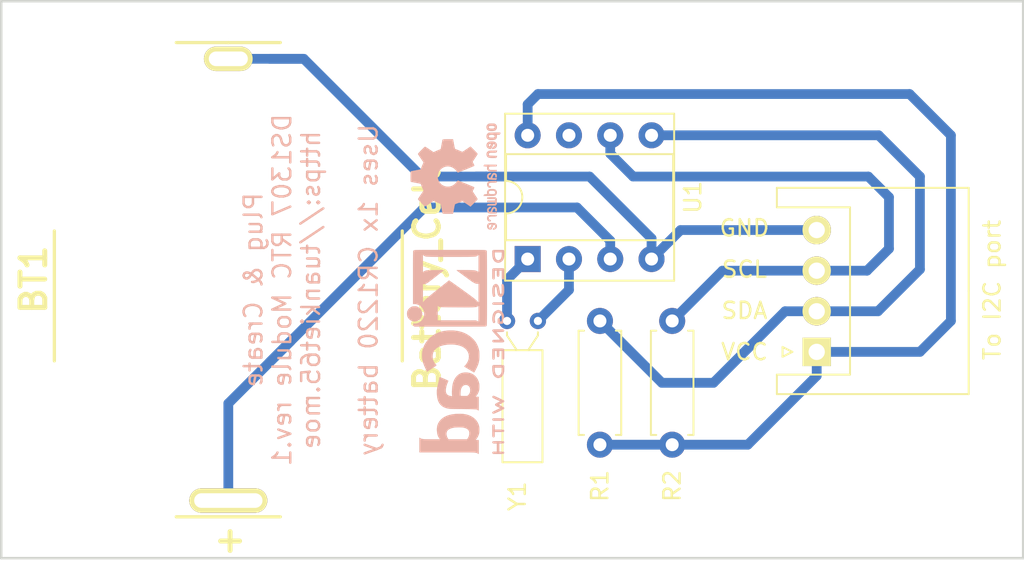
<source format=kicad_pcb>
(kicad_pcb (version 4) (host pcbnew 4.0.7)

  (general
    (links 12)
    (no_connects 0)
    (area 24.689999 65.76619 276.300001 136.751191)
    (thickness 1.6)
    (drawings 10)
    (tracks 50)
    (zones 0)
    (modules 8)
    (nets 8)
  )

  (page A4)
  (layers
    (0 F.Cu signal)
    (31 B.Cu signal)
    (32 B.Adhes user)
    (33 F.Adhes user)
    (34 B.Paste user)
    (35 F.Paste user)
    (36 B.SilkS user hide)
    (37 F.SilkS user)
    (38 B.Mask user)
    (39 F.Mask user)
    (40 Dwgs.User user)
    (41 Cmts.User user)
    (42 Eco1.User user)
    (43 Eco2.User user)
    (44 Edge.Cuts user)
    (45 Margin user)
    (46 B.CrtYd user)
    (47 F.CrtYd user)
    (48 B.Fab user)
    (49 F.Fab user hide)
  )

  (setup
    (last_trace_width 0.6)
    (user_trace_width 0.6)
    (trace_clearance 0.7)
    (zone_clearance 0.254)
    (zone_45_only yes)
    (trace_min 0.2)
    (segment_width 0.2)
    (edge_width 0.15)
    (via_size 0.6)
    (via_drill 0.4)
    (via_min_size 0.4)
    (via_min_drill 0.3)
    (user_via 1.25 1)
    (uvia_size 0.3)
    (uvia_drill 0.1)
    (uvias_allowed no)
    (uvia_min_size 0.2)
    (uvia_min_drill 0.1)
    (pcb_text_width 0.3)
    (pcb_text_size 1.5 1.5)
    (mod_edge_width 0.15)
    (mod_text_size 1 1)
    (mod_text_width 0.15)
    (pad_size 1.524 1.524)
    (pad_drill 0.762)
    (pad_to_mask_clearance 0.2)
    (aux_axis_origin 114.3 104.14)
    (visible_elements FFFED77F)
    (pcbplotparams
      (layerselection 0x010fc_80000001)
      (usegerberextensions true)
      (excludeedgelayer true)
      (linewidth 0.150000)
      (plotframeref false)
      (viasonmask false)
      (mode 1)
      (useauxorigin true)
      (hpglpennumber 1)
      (hpglpenspeed 20)
      (hpglpendiameter 15)
      (hpglpenoverlay 2)
      (psnegative false)
      (psa4output false)
      (plotreference true)
      (plotvalue false)
      (plotinvisibletext false)
      (padsonsilk false)
      (subtractmaskfromsilk true)
      (outputformat 1)
      (mirror false)
      (drillshape 0)
      (scaleselection 1)
      (outputdirectory ../gerber/rtc_ds1307/))
  )

  (net 0 "")
  (net 1 -BATT)
  (net 2 +BATT)
  (net 3 +5V)
  (net 4 /SDA)
  (net 5 /SCL)
  (net 6 /XTAL1)
  (net 7 /XTAL2)

  (net_class Default "This is the default net class."
    (clearance 0.7)
    (trace_width 0.25)
    (via_dia 0.6)
    (via_drill 0.4)
    (uvia_dia 0.3)
    (uvia_drill 0.1)
    (add_net +5V)
    (add_net +BATT)
    (add_net -BATT)
    (add_net /SCL)
    (add_net /SDA)
    (add_net /XTAL1)
    (add_net /XTAL2)
  )

  (module Connectors_JST:JST_XH_S04B-XH-A_04x2.50mm_Angled (layer F.Cu) (tedit 5A8E99A7) (tstamp 5A798FE3)
    (at 164.465 91.44 90)
    (descr "JST XH series connector, S04B-XH-A, side entry type, through hole")
    (tags "connector jst xh tht side horizontal angled 2.50mm")
    (path /5A797D63)
    (fp_text reference J1 (at 3.73 -2.54 90) (layer F.SilkS) hide
      (effects (font (size 1 1) (thickness 0.15)))
    )
    (fp_text value Conn_01x04 (at 3.75 10.3 90) (layer F.Fab)
      (effects (font (size 1 1) (thickness 0.15)))
    )
    (fp_line (start -2.45 -2.3) (end -2.45 9.2) (layer F.Fab) (width 0.1))
    (fp_line (start -2.45 9.2) (end 9.95 9.2) (layer F.Fab) (width 0.1))
    (fp_line (start 9.95 9.2) (end 9.95 -2.3) (layer F.Fab) (width 0.1))
    (fp_line (start 9.95 -2.3) (end -2.45 -2.3) (layer F.Fab) (width 0.1))
    (fp_line (start -2.95 -2.8) (end -2.95 9.7) (layer F.CrtYd) (width 0.05))
    (fp_line (start -2.95 9.7) (end 10.45 9.7) (layer F.CrtYd) (width 0.05))
    (fp_line (start 10.45 9.7) (end 10.45 -2.8) (layer F.CrtYd) (width 0.05))
    (fp_line (start 10.45 -2.8) (end -2.95 -2.8) (layer F.CrtYd) (width 0.05))
    (fp_line (start 3.75 9.35) (end -2.6 9.35) (layer F.SilkS) (width 0.12))
    (fp_line (start -2.6 9.35) (end -2.6 -2.45) (layer F.SilkS) (width 0.12))
    (fp_line (start -2.6 -2.45) (end -1.4 -2.45) (layer F.SilkS) (width 0.12))
    (fp_line (start -1.4 -2.45) (end -1.4 2.05) (layer F.SilkS) (width 0.12))
    (fp_line (start -1.4 2.05) (end 3.75 2.05) (layer F.SilkS) (width 0.12))
    (fp_line (start 3.75 9.35) (end 10.1 9.35) (layer F.SilkS) (width 0.12))
    (fp_line (start 10.1 9.35) (end 10.1 -2.45) (layer F.SilkS) (width 0.12))
    (fp_line (start 10.1 -2.45) (end 8.9 -2.45) (layer F.SilkS) (width 0.12))
    (fp_line (start 8.9 -2.45) (end 8.9 2.05) (layer F.SilkS) (width 0.12))
    (fp_line (start 8.9 2.05) (end 3.75 2.05) (layer F.SilkS) (width 0.12))
    (fp_line (start -0.25 3.45) (end -0.25 8.7) (layer F.Fab) (width 0.1))
    (fp_line (start -0.25 8.7) (end 0.25 8.7) (layer F.Fab) (width 0.1))
    (fp_line (start 0.25 8.7) (end 0.25 3.45) (layer F.Fab) (width 0.1))
    (fp_line (start 0.25 3.45) (end -0.25 3.45) (layer F.Fab) (width 0.1))
    (fp_line (start 2.25 3.45) (end 2.25 8.7) (layer F.Fab) (width 0.1))
    (fp_line (start 2.25 8.7) (end 2.75 8.7) (layer F.Fab) (width 0.1))
    (fp_line (start 2.75 8.7) (end 2.75 3.45) (layer F.Fab) (width 0.1))
    (fp_line (start 2.75 3.45) (end 2.25 3.45) (layer F.Fab) (width 0.1))
    (fp_line (start 4.75 3.45) (end 4.75 8.7) (layer F.Fab) (width 0.1))
    (fp_line (start 4.75 8.7) (end 5.25 8.7) (layer F.Fab) (width 0.1))
    (fp_line (start 5.25 8.7) (end 5.25 3.45) (layer F.Fab) (width 0.1))
    (fp_line (start 5.25 3.45) (end 4.75 3.45) (layer F.Fab) (width 0.1))
    (fp_line (start 7.25 3.45) (end 7.25 8.7) (layer F.Fab) (width 0.1))
    (fp_line (start 7.25 8.7) (end 7.75 8.7) (layer F.Fab) (width 0.1))
    (fp_line (start 7.75 8.7) (end 7.75 3.45) (layer F.Fab) (width 0.1))
    (fp_line (start 7.75 3.45) (end 7.25 3.45) (layer F.Fab) (width 0.1))
    (fp_line (start 0 -1.5) (end -0.3 -2.1) (layer F.SilkS) (width 0.12))
    (fp_line (start -0.3 -2.1) (end 0.3 -2.1) (layer F.SilkS) (width 0.12))
    (fp_line (start 0.3 -2.1) (end 0 -1.5) (layer F.SilkS) (width 0.12))
    (fp_line (start 0 -1.5) (end -0.3 -2.1) (layer F.Fab) (width 0.1))
    (fp_line (start -0.3 -2.1) (end 0.3 -2.1) (layer F.Fab) (width 0.1))
    (fp_line (start 0.3 -2.1) (end 0 -1.5) (layer F.Fab) (width 0.1))
    (fp_text user %R (at 3.75 2.25 90) (layer F.Fab)
      (effects (font (size 1 1) (thickness 0.15)))
    )
    (pad 1 thru_hole rect (at 0 0 90) (size 1.75 1.75) (drill 1) (layers *.Cu *.Mask F.SilkS)
      (net 3 +5V))
    (pad 2 thru_hole circle (at 2.5 0 90) (size 1.75 1.75) (drill 1) (layers *.Cu *.Mask F.SilkS)
      (net 4 /SDA))
    (pad 3 thru_hole circle (at 5 0 90) (size 1.75 1.75) (drill 1) (layers *.Cu *.Mask F.SilkS)
      (net 5 /SCL))
    (pad 4 thru_hole circle (at 7.5 0 90) (size 1.75 1.75) (drill 1) (layers *.Cu *.Mask F.SilkS)
      (net 1 -BATT))
    (model Connectors_JST.3dshapes/JST_XH_S04B-XH-A_04x2.50mm_Angled.wrl
      (at (xyz 0 0 0))
      (scale (xyz 1 1 1))
      (rotate (xyz 0 0 0))
    )
  )

  (module Crystals:Crystal_C26-LF_d2.1mm_l6.5mm_Horizontal (layer F.Cu) (tedit 5A8EB906) (tstamp 5A799001)
    (at 145.415 89.535)
    (descr "Crystal THT C26-LF 6.5mm length 2.06mm diameter")
    (tags ['C26-LF'])
    (path /5A797BF4)
    (fp_text reference Y1 (at 0.635 10.795 270) (layer F.SilkS)
      (effects (font (size 1 1) (thickness 0.15)))
    )
    (fp_text value 32768 (at 3.5 1.75 90) (layer F.Fab)
      (effects (font (size 1 1) (thickness 0.15)))
    )
    (fp_text user %R (at 1 5.5 90) (layer F.Fab)
      (effects (font (size 0.7 0.7) (thickness 0.105)))
    )
    (fp_line (start -0.08 2) (end -0.08 8.5) (layer F.Fab) (width 0.1))
    (fp_line (start -0.08 8.5) (end 1.98 8.5) (layer F.Fab) (width 0.1))
    (fp_line (start 1.98 8.5) (end 1.98 2) (layer F.Fab) (width 0.1))
    (fp_line (start 1.98 2) (end -0.08 2) (layer F.Fab) (width 0.1))
    (fp_line (start 0.6 2) (end 0 1) (layer F.Fab) (width 0.1))
    (fp_line (start 0 1) (end 0 0) (layer F.Fab) (width 0.1))
    (fp_line (start 1.3 2) (end 1.9 1) (layer F.Fab) (width 0.1))
    (fp_line (start 1.9 1) (end 1.9 0) (layer F.Fab) (width 0.1))
    (fp_line (start -0.28 1.8) (end -0.28 8.7) (layer F.SilkS) (width 0.12))
    (fp_line (start -0.28 8.7) (end 2.18 8.7) (layer F.SilkS) (width 0.12))
    (fp_line (start 2.18 8.7) (end 2.18 1.8) (layer F.SilkS) (width 0.12))
    (fp_line (start 2.18 1.8) (end -0.28 1.8) (layer F.SilkS) (width 0.12))
    (fp_line (start 0.6 1.8) (end 0 0.9) (layer F.SilkS) (width 0.12))
    (fp_line (start 0 0.9) (end 0 0.7) (layer F.SilkS) (width 0.12))
    (fp_line (start 1.3 1.8) (end 1.9 0.9) (layer F.SilkS) (width 0.12))
    (fp_line (start 1.9 0.9) (end 1.9 0.7) (layer F.SilkS) (width 0.12))
    (fp_line (start -0.9 -0.8) (end -0.9 9.3) (layer F.CrtYd) (width 0.05))
    (fp_line (start -0.9 9.3) (end 2.8 9.3) (layer F.CrtYd) (width 0.05))
    (fp_line (start 2.8 9.3) (end 2.8 -0.8) (layer F.CrtYd) (width 0.05))
    (fp_line (start 2.8 -0.8) (end -0.9 -0.8) (layer F.CrtYd) (width 0.05))
    (pad 1 thru_hole circle (at 0 0) (size 1 1) (drill 0.5) (layers *.Cu *.Mask)
      (net 6 /XTAL1))
    (pad 2 thru_hole circle (at 1.9 0) (size 1 1) (drill 0.5) (layers *.Cu *.Mask)
      (net 7 /XTAL2))
    (model ${KISYS3DMOD}/Crystals.3dshapes/Crystal_C26-LF_d2.1mm_l6.5mm_Horizontal.wrl
      (at (xyz 0 0 0))
      (scale (xyz 0.393701 0.393701 0.393701))
      (rotate (xyz 0 0 0))
    )
  )

  (module Housings_DIP:DIP-8_W7.62mm_Socket (layer F.Cu) (tedit 59C78D6B) (tstamp 5A8EB5EB)
    (at 146.685 85.725 90)
    (descr "8-lead though-hole mounted DIP package, row spacing 7.62 mm (300 mils), Socket")
    (tags "THT DIP DIL PDIP 2.54mm 7.62mm 300mil Socket")
    (path /5A797A41)
    (fp_text reference U1 (at 3.81 10.16 90) (layer F.SilkS)
      (effects (font (size 1 1) (thickness 0.15)))
    )
    (fp_text value DS1307+ (at 3.81 9.95 90) (layer F.Fab)
      (effects (font (size 1 1) (thickness 0.15)))
    )
    (fp_arc (start 3.81 -1.33) (end 2.81 -1.33) (angle -180) (layer F.SilkS) (width 0.12))
    (fp_line (start 1.635 -1.27) (end 6.985 -1.27) (layer F.Fab) (width 0.1))
    (fp_line (start 6.985 -1.27) (end 6.985 8.89) (layer F.Fab) (width 0.1))
    (fp_line (start 6.985 8.89) (end 0.635 8.89) (layer F.Fab) (width 0.1))
    (fp_line (start 0.635 8.89) (end 0.635 -0.27) (layer F.Fab) (width 0.1))
    (fp_line (start 0.635 -0.27) (end 1.635 -1.27) (layer F.Fab) (width 0.1))
    (fp_line (start -1.27 -1.33) (end -1.27 8.95) (layer F.Fab) (width 0.1))
    (fp_line (start -1.27 8.95) (end 8.89 8.95) (layer F.Fab) (width 0.1))
    (fp_line (start 8.89 8.95) (end 8.89 -1.33) (layer F.Fab) (width 0.1))
    (fp_line (start 8.89 -1.33) (end -1.27 -1.33) (layer F.Fab) (width 0.1))
    (fp_line (start 2.81 -1.33) (end 1.16 -1.33) (layer F.SilkS) (width 0.12))
    (fp_line (start 1.16 -1.33) (end 1.16 8.95) (layer F.SilkS) (width 0.12))
    (fp_line (start 1.16 8.95) (end 6.46 8.95) (layer F.SilkS) (width 0.12))
    (fp_line (start 6.46 8.95) (end 6.46 -1.33) (layer F.SilkS) (width 0.12))
    (fp_line (start 6.46 -1.33) (end 4.81 -1.33) (layer F.SilkS) (width 0.12))
    (fp_line (start -1.33 -1.39) (end -1.33 9.01) (layer F.SilkS) (width 0.12))
    (fp_line (start -1.33 9.01) (end 8.95 9.01) (layer F.SilkS) (width 0.12))
    (fp_line (start 8.95 9.01) (end 8.95 -1.39) (layer F.SilkS) (width 0.12))
    (fp_line (start 8.95 -1.39) (end -1.33 -1.39) (layer F.SilkS) (width 0.12))
    (fp_line (start -1.55 -1.6) (end -1.55 9.2) (layer F.CrtYd) (width 0.05))
    (fp_line (start -1.55 9.2) (end 9.15 9.2) (layer F.CrtYd) (width 0.05))
    (fp_line (start 9.15 9.2) (end 9.15 -1.6) (layer F.CrtYd) (width 0.05))
    (fp_line (start 9.15 -1.6) (end -1.55 -1.6) (layer F.CrtYd) (width 0.05))
    (fp_text user %R (at 3.81 3.81 90) (layer F.Fab)
      (effects (font (size 1 1) (thickness 0.15)))
    )
    (pad 1 thru_hole rect (at 0 0 90) (size 1.6 1.6) (drill 0.8) (layers *.Cu *.Mask)
      (net 6 /XTAL1))
    (pad 5 thru_hole oval (at 7.62 7.62 90) (size 1.6 1.6) (drill 0.8) (layers *.Cu *.Mask)
      (net 4 /SDA))
    (pad 2 thru_hole oval (at 0 2.54 90) (size 1.6 1.6) (drill 0.8) (layers *.Cu *.Mask)
      (net 7 /XTAL2))
    (pad 6 thru_hole oval (at 7.62 5.08 90) (size 1.6 1.6) (drill 0.8) (layers *.Cu *.Mask)
      (net 5 /SCL))
    (pad 3 thru_hole oval (at 0 5.08 90) (size 1.6 1.6) (drill 0.8) (layers *.Cu *.Mask)
      (net 2 +BATT))
    (pad 7 thru_hole oval (at 7.62 2.54 90) (size 1.6 1.6) (drill 0.8) (layers *.Cu *.Mask))
    (pad 4 thru_hole oval (at 0 7.62 90) (size 1.6 1.6) (drill 0.8) (layers *.Cu *.Mask)
      (net 1 -BATT))
    (pad 8 thru_hole oval (at 7.62 0 90) (size 1.6 1.6) (drill 0.8) (layers *.Cu *.Mask)
      (net 3 +5V))
    (model ${KISYS3DMOD}/Housings_DIP.3dshapes/DIP-8_W7.62mm_Socket.wrl
      (at (xyz 0 0 0))
      (scale (xyz 1 1 1))
      (rotate (xyz 0 0 0))
    )
  )

  (module Symbols:KiCad-Logo2_6mm_SilkScreen locked (layer B.Cu) (tedit 0) (tstamp 5A8EB978)
    (at 142.24 91.44 270)
    (descr "KiCad Logo")
    (tags "Logo KiCad")
    (attr virtual)
    (fp_text reference REF*** (at 0 0 270) (layer B.SilkS) hide
      (effects (font (size 1 1) (thickness 0.15)) (justify mirror))
    )
    (fp_text value KiCad-Logo2_6mm_SilkScreen (at 0.75 0 270) (layer B.Fab) hide
      (effects (font (size 1 1) (thickness 0.15)) (justify mirror))
    )
    (fp_poly (pts (xy -6.121371 -2.269066) (xy -6.081889 -2.269467) (xy -5.9662 -2.272259) (xy -5.869311 -2.28055)
      (xy -5.787919 -2.295232) (xy -5.718723 -2.317193) (xy -5.65842 -2.347322) (xy -5.603708 -2.38651)
      (xy -5.584167 -2.403532) (xy -5.55175 -2.443363) (xy -5.52252 -2.497413) (xy -5.499991 -2.557323)
      (xy -5.487679 -2.614739) (xy -5.4864 -2.635956) (xy -5.494417 -2.694769) (xy -5.515899 -2.759013)
      (xy -5.546999 -2.819821) (xy -5.583866 -2.86833) (xy -5.589854 -2.874182) (xy -5.640579 -2.915321)
      (xy -5.696125 -2.947435) (xy -5.759696 -2.971365) (xy -5.834494 -2.987953) (xy -5.923722 -2.998041)
      (xy -6.030582 -3.002469) (xy -6.079528 -3.002845) (xy -6.141762 -3.002545) (xy -6.185528 -3.001292)
      (xy -6.214931 -2.998554) (xy -6.234079 -2.993801) (xy -6.247077 -2.986501) (xy -6.254045 -2.980267)
      (xy -6.260626 -2.972694) (xy -6.265788 -2.962924) (xy -6.269703 -2.94834) (xy -6.272543 -2.926326)
      (xy -6.27448 -2.894264) (xy -6.275684 -2.849536) (xy -6.276328 -2.789526) (xy -6.276583 -2.711617)
      (xy -6.276622 -2.635956) (xy -6.27687 -2.535041) (xy -6.276817 -2.454427) (xy -6.275857 -2.415822)
      (xy -6.129867 -2.415822) (xy -6.129867 -2.856089) (xy -6.036734 -2.856004) (xy -5.980693 -2.854396)
      (xy -5.921999 -2.850256) (xy -5.873028 -2.844464) (xy -5.871538 -2.844226) (xy -5.792392 -2.82509)
      (xy -5.731002 -2.795287) (xy -5.684305 -2.752878) (xy -5.654635 -2.706961) (xy -5.636353 -2.656026)
      (xy -5.637771 -2.6082) (xy -5.658988 -2.556933) (xy -5.700489 -2.503899) (xy -5.757998 -2.4646)
      (xy -5.83275 -2.438331) (xy -5.882708 -2.429035) (xy -5.939416 -2.422507) (xy -5.999519 -2.417782)
      (xy -6.050639 -2.415817) (xy -6.053667 -2.415808) (xy -6.129867 -2.415822) (xy -6.275857 -2.415822)
      (xy -6.27526 -2.391851) (xy -6.270998 -2.345055) (xy -6.26283 -2.311778) (xy -6.249556 -2.289759)
      (xy -6.229974 -2.276739) (xy -6.202883 -2.270457) (xy -6.167082 -2.268653) (xy -6.121371 -2.269066)) (layer B.SilkS) (width 0.01))
    (fp_poly (pts (xy -4.712794 -2.269146) (xy -4.643386 -2.269518) (xy -4.590997 -2.270385) (xy -4.552847 -2.271946)
      (xy -4.526159 -2.274403) (xy -4.508153 -2.277957) (xy -4.496049 -2.28281) (xy -4.487069 -2.289161)
      (xy -4.483818 -2.292084) (xy -4.464043 -2.323142) (xy -4.460482 -2.358828) (xy -4.473491 -2.39051)
      (xy -4.479506 -2.396913) (xy -4.489235 -2.403121) (xy -4.504901 -2.40791) (xy -4.529408 -2.411514)
      (xy -4.565661 -2.414164) (xy -4.616565 -2.416095) (xy -4.685026 -2.417539) (xy -4.747617 -2.418418)
      (xy -4.995334 -2.421467) (xy -4.998719 -2.486378) (xy -5.002105 -2.551289) (xy -4.833958 -2.551289)
      (xy -4.760959 -2.551919) (xy -4.707517 -2.554553) (xy -4.670628 -2.560309) (xy -4.647288 -2.570304)
      (xy -4.634494 -2.585656) (xy -4.629242 -2.607482) (xy -4.628445 -2.627738) (xy -4.630923 -2.652592)
      (xy -4.640277 -2.670906) (xy -4.659383 -2.683637) (xy -4.691118 -2.691741) (xy -4.738359 -2.696176)
      (xy -4.803983 -2.697899) (xy -4.839801 -2.698045) (xy -5.000978 -2.698045) (xy -5.000978 -2.856089)
      (xy -4.752622 -2.856089) (xy -4.671213 -2.856202) (xy -4.609342 -2.856712) (xy -4.563968 -2.85787)
      (xy -4.532054 -2.85993) (xy -4.510559 -2.863146) (xy -4.496443 -2.867772) (xy -4.486668 -2.874059)
      (xy -4.481689 -2.878667) (xy -4.46461 -2.90556) (xy -4.459111 -2.929467) (xy -4.466963 -2.958667)
      (xy -4.481689 -2.980267) (xy -4.489546 -2.987066) (xy -4.499688 -2.992346) (xy -4.514844 -2.996298)
      (xy -4.537741 -2.999113) (xy -4.571109 -3.000982) (xy -4.617675 -3.002098) (xy -4.680167 -3.002651)
      (xy -4.761314 -3.002833) (xy -4.803422 -3.002845) (xy -4.893598 -3.002765) (xy -4.963924 -3.002398)
      (xy -5.017129 -3.001552) (xy -5.05594 -3.000036) (xy -5.083087 -2.997659) (xy -5.101298 -2.994229)
      (xy -5.1133 -2.989554) (xy -5.121822 -2.983444) (xy -5.125156 -2.980267) (xy -5.131755 -2.97267)
      (xy -5.136927 -2.96287) (xy -5.140846 -2.948239) (xy -5.143684 -2.926152) (xy -5.145615 -2.893982)
      (xy -5.146812 -2.849103) (xy -5.147448 -2.788889) (xy -5.147697 -2.710713) (xy -5.147734 -2.637923)
      (xy -5.1477 -2.544707) (xy -5.147465 -2.471431) (xy -5.14683 -2.415458) (xy -5.145594 -2.374151)
      (xy -5.143556 -2.344872) (xy -5.140517 -2.324984) (xy -5.136277 -2.31185) (xy -5.130635 -2.302832)
      (xy -5.123391 -2.295293) (xy -5.121606 -2.293612) (xy -5.112945 -2.286172) (xy -5.102882 -2.280409)
      (xy -5.088625 -2.276112) (xy -5.067383 -2.273064) (xy -5.036364 -2.271051) (xy -4.992777 -2.26986)
      (xy -4.933831 -2.269275) (xy -4.856734 -2.269083) (xy -4.802001 -2.269067) (xy -4.712794 -2.269146)) (layer B.SilkS) (width 0.01))
    (fp_poly (pts (xy -3.691703 -2.270351) (xy -3.616888 -2.275581) (xy -3.547306 -2.28375) (xy -3.487002 -2.29455)
      (xy -3.44002 -2.307673) (xy -3.410406 -2.322813) (xy -3.40586 -2.327269) (xy -3.390054 -2.36185)
      (xy -3.394847 -2.397351) (xy -3.419364 -2.427725) (xy -3.420534 -2.428596) (xy -3.434954 -2.437954)
      (xy -3.450008 -2.442876) (xy -3.471005 -2.443473) (xy -3.503257 -2.439861) (xy -3.552073 -2.432154)
      (xy -3.556 -2.431505) (xy -3.628739 -2.422569) (xy -3.707217 -2.418161) (xy -3.785927 -2.418119)
      (xy -3.859361 -2.422279) (xy -3.922011 -2.430479) (xy -3.96837 -2.442557) (xy -3.971416 -2.443771)
      (xy -4.005048 -2.462615) (xy -4.016864 -2.481685) (xy -4.007614 -2.500439) (xy -3.978047 -2.518337)
      (xy -3.928911 -2.534837) (xy -3.860957 -2.549396) (xy -3.815645 -2.556406) (xy -3.721456 -2.569889)
      (xy -3.646544 -2.582214) (xy -3.587717 -2.594449) (xy -3.541785 -2.607661) (xy -3.505555 -2.622917)
      (xy -3.475838 -2.641285) (xy -3.449442 -2.663831) (xy -3.42823 -2.685971) (xy -3.403065 -2.716819)
      (xy -3.390681 -2.743345) (xy -3.386808 -2.776026) (xy -3.386667 -2.787995) (xy -3.389576 -2.827712)
      (xy -3.401202 -2.857259) (xy -3.421323 -2.883486) (xy -3.462216 -2.923576) (xy -3.507817 -2.954149)
      (xy -3.561513 -2.976203) (xy -3.626692 -2.990735) (xy -3.706744 -2.998741) (xy -3.805057 -3.001218)
      (xy -3.821289 -3.001177) (xy -3.886849 -2.999818) (xy -3.951866 -2.99673) (xy -4.009252 -2.992356)
      (xy -4.051922 -2.98714) (xy -4.055372 -2.986541) (xy -4.097796 -2.976491) (xy -4.13378 -2.963796)
      (xy -4.15415 -2.95219) (xy -4.173107 -2.921572) (xy -4.174427 -2.885918) (xy -4.158085 -2.854144)
      (xy -4.154429 -2.850551) (xy -4.139315 -2.839876) (xy -4.120415 -2.835276) (xy -4.091162 -2.836059)
      (xy -4.055651 -2.840127) (xy -4.01597 -2.843762) (xy -3.960345 -2.846828) (xy -3.895406 -2.849053)
      (xy -3.827785 -2.850164) (xy -3.81 -2.850237) (xy -3.742128 -2.849964) (xy -3.692454 -2.848646)
      (xy -3.65661 -2.845827) (xy -3.630224 -2.84105) (xy -3.608926 -2.833857) (xy -3.596126 -2.827867)
      (xy -3.568 -2.811233) (xy -3.550068 -2.796168) (xy -3.547447 -2.791897) (xy -3.552976 -2.774263)
      (xy -3.57926 -2.757192) (xy -3.624478 -2.741458) (xy -3.686808 -2.727838) (xy -3.705171 -2.724804)
      (xy -3.80109 -2.709738) (xy -3.877641 -2.697146) (xy -3.93778 -2.686111) (xy -3.98446 -2.67572)
      (xy -4.020637 -2.665056) (xy -4.049265 -2.653205) (xy -4.073298 -2.639251) (xy -4.095692 -2.622281)
      (xy -4.119402 -2.601378) (xy -4.12738 -2.594049) (xy -4.155353 -2.566699) (xy -4.17016 -2.545029)
      (xy -4.175952 -2.520232) (xy -4.176889 -2.488983) (xy -4.166575 -2.427705) (xy -4.135752 -2.37564)
      (xy -4.084595 -2.332958) (xy -4.013283 -2.299825) (xy -3.9624 -2.284964) (xy -3.9071 -2.275366)
      (xy -3.840853 -2.269936) (xy -3.767706 -2.268367) (xy -3.691703 -2.270351)) (layer B.SilkS) (width 0.01))
    (fp_poly (pts (xy -2.923822 -2.291645) (xy -2.917242 -2.299218) (xy -2.912079 -2.308987) (xy -2.908164 -2.323571)
      (xy -2.905324 -2.345585) (xy -2.903387 -2.377648) (xy -2.902183 -2.422375) (xy -2.901539 -2.482385)
      (xy -2.901284 -2.560294) (xy -2.901245 -2.635956) (xy -2.901314 -2.729802) (xy -2.901638 -2.803689)
      (xy -2.902386 -2.860232) (xy -2.903732 -2.902049) (xy -2.905846 -2.931757) (xy -2.9089 -2.951973)
      (xy -2.913066 -2.965314) (xy -2.918516 -2.974398) (xy -2.923822 -2.980267) (xy -2.956826 -2.999947)
      (xy -2.991991 -2.998181) (xy -3.023455 -2.976717) (xy -3.030684 -2.968337) (xy -3.036334 -2.958614)
      (xy -3.040599 -2.944861) (xy -3.043673 -2.924389) (xy -3.045752 -2.894512) (xy -3.04703 -2.852541)
      (xy -3.047701 -2.795789) (xy -3.047959 -2.721567) (xy -3.048 -2.637537) (xy -3.048 -2.324485)
      (xy -3.020291 -2.296776) (xy -2.986137 -2.273463) (xy -2.953006 -2.272623) (xy -2.923822 -2.291645)) (layer B.SilkS) (width 0.01))
    (fp_poly (pts (xy -1.950081 -2.274599) (xy -1.881565 -2.286095) (xy -1.828943 -2.303967) (xy -1.794708 -2.327499)
      (xy -1.785379 -2.340924) (xy -1.775893 -2.372148) (xy -1.782277 -2.400395) (xy -1.80243 -2.427182)
      (xy -1.833745 -2.439713) (xy -1.879183 -2.438696) (xy -1.914326 -2.431906) (xy -1.992419 -2.418971)
      (xy -2.072226 -2.417742) (xy -2.161555 -2.428241) (xy -2.186229 -2.43269) (xy -2.269291 -2.456108)
      (xy -2.334273 -2.490945) (xy -2.380461 -2.536604) (xy -2.407145 -2.592494) (xy -2.412663 -2.621388)
      (xy -2.409051 -2.680012) (xy -2.385729 -2.731879) (xy -2.344824 -2.775978) (xy -2.288459 -2.811299)
      (xy -2.21876 -2.836829) (xy -2.137852 -2.851559) (xy -2.04786 -2.854478) (xy -1.95091 -2.844575)
      (xy -1.945436 -2.843641) (xy -1.906875 -2.836459) (xy -1.885494 -2.829521) (xy -1.876227 -2.819227)
      (xy -1.874006 -2.801976) (xy -1.873956 -2.792841) (xy -1.873956 -2.754489) (xy -1.942431 -2.754489)
      (xy -2.0029 -2.750347) (xy -2.044165 -2.737147) (xy -2.068175 -2.71373) (xy -2.076877 -2.678936)
      (xy -2.076983 -2.674394) (xy -2.071892 -2.644654) (xy -2.054433 -2.623419) (xy -2.021939 -2.609366)
      (xy -1.971743 -2.601173) (xy -1.923123 -2.598161) (xy -1.852456 -2.596433) (xy -1.801198 -2.59907)
      (xy -1.766239 -2.6088) (xy -1.74447 -2.628353) (xy -1.73278 -2.660456) (xy -1.72806 -2.707838)
      (xy -1.7272 -2.770071) (xy -1.728609 -2.839535) (xy -1.732848 -2.886786) (xy -1.739936 -2.912012)
      (xy -1.741311 -2.913988) (xy -1.780228 -2.945508) (xy -1.837286 -2.97047) (xy -1.908869 -2.98834)
      (xy -1.991358 -2.998586) (xy -2.081139 -3.000673) (xy -2.174592 -2.994068) (xy -2.229556 -2.985956)
      (xy -2.315766 -2.961554) (xy -2.395892 -2.921662) (xy -2.462977 -2.869887) (xy -2.473173 -2.859539)
      (xy -2.506302 -2.816035) (xy -2.536194 -2.762118) (xy -2.559357 -2.705592) (xy -2.572298 -2.654259)
      (xy -2.573858 -2.634544) (xy -2.567218 -2.593419) (xy -2.549568 -2.542252) (xy -2.524297 -2.488394)
      (xy -2.494789 -2.439195) (xy -2.468719 -2.406334) (xy -2.407765 -2.357452) (xy -2.328969 -2.318545)
      (xy -2.235157 -2.290494) (xy -2.12915 -2.274179) (xy -2.032 -2.270192) (xy -1.950081 -2.274599)) (layer B.SilkS) (width 0.01))
    (fp_poly (pts (xy -1.300114 -2.273448) (xy -1.276548 -2.287273) (xy -1.245735 -2.309881) (xy -1.206078 -2.342338)
      (xy -1.15598 -2.385708) (xy -1.093843 -2.441058) (xy -1.018072 -2.509451) (xy -0.931334 -2.588084)
      (xy -0.750711 -2.751878) (xy -0.745067 -2.532029) (xy -0.743029 -2.456351) (xy -0.741063 -2.399994)
      (xy -0.738734 -2.359706) (xy -0.735606 -2.332235) (xy -0.731245 -2.314329) (xy -0.725216 -2.302737)
      (xy -0.717084 -2.294208) (xy -0.712772 -2.290623) (xy -0.678241 -2.27167) (xy -0.645383 -2.274441)
      (xy -0.619318 -2.290633) (xy -0.592667 -2.312199) (xy -0.589352 -2.627151) (xy -0.588435 -2.719779)
      (xy -0.587968 -2.792544) (xy -0.588113 -2.848161) (xy -0.589032 -2.889342) (xy -0.590887 -2.918803)
      (xy -0.593839 -2.939255) (xy -0.59805 -2.953413) (xy -0.603682 -2.963991) (xy -0.609927 -2.972474)
      (xy -0.623439 -2.988207) (xy -0.636883 -2.998636) (xy -0.652124 -3.002639) (xy -0.671026 -2.999094)
      (xy -0.695455 -2.986879) (xy -0.727273 -2.964871) (xy -0.768348 -2.931949) (xy -0.820542 -2.886991)
      (xy -0.885722 -2.828875) (xy -0.959556 -2.762099) (xy -1.224845 -2.521458) (xy -1.230489 -2.740589)
      (xy -1.232531 -2.816128) (xy -1.234502 -2.872354) (xy -1.236839 -2.912524) (xy -1.239981 -2.939896)
      (xy -1.244364 -2.957728) (xy -1.250424 -2.969279) (xy -1.2586 -2.977807) (xy -1.262784 -2.981282)
      (xy -1.299765 -3.000372) (xy -1.334708 -2.997493) (xy -1.365136 -2.9731) (xy -1.372097 -2.963286)
      (xy -1.377523 -2.951826) (xy -1.381603 -2.935968) (xy -1.384529 -2.912963) (xy -1.386492 -2.880062)
      (xy -1.387683 -2.834516) (xy -1.388292 -2.773573) (xy -1.388511 -2.694486) (xy -1.388534 -2.635956)
      (xy -1.38846 -2.544407) (xy -1.388113 -2.472687) (xy -1.387301 -2.418045) (xy -1.385833 -2.377732)
      (xy -1.383519 -2.348998) (xy -1.380167 -2.329093) (xy -1.375588 -2.315268) (xy -1.369589 -2.304772)
      (xy -1.365136 -2.298811) (xy -1.35385 -2.284691) (xy -1.343301 -2.274029) (xy -1.331893 -2.267892)
      (xy -1.31803 -2.267343) (xy -1.300114 -2.273448)) (layer B.SilkS) (width 0.01))
    (fp_poly (pts (xy 0.230343 -2.26926) (xy 0.306701 -2.270174) (xy 0.365217 -2.272311) (xy 0.408255 -2.276175)
      (xy 0.438183 -2.282267) (xy 0.457368 -2.29109) (xy 0.468176 -2.303146) (xy 0.472973 -2.318939)
      (xy 0.474127 -2.33897) (xy 0.474133 -2.341335) (xy 0.473131 -2.363992) (xy 0.468396 -2.381503)
      (xy 0.457333 -2.394574) (xy 0.437348 -2.403913) (xy 0.405846 -2.410227) (xy 0.360232 -2.414222)
      (xy 0.297913 -2.416606) (xy 0.216293 -2.418086) (xy 0.191277 -2.418414) (xy -0.0508 -2.421467)
      (xy -0.054186 -2.486378) (xy -0.057571 -2.551289) (xy 0.110576 -2.551289) (xy 0.176266 -2.551531)
      (xy 0.223172 -2.552556) (xy 0.255083 -2.554811) (xy 0.275791 -2.558742) (xy 0.289084 -2.564798)
      (xy 0.298755 -2.573424) (xy 0.298817 -2.573493) (xy 0.316356 -2.607112) (xy 0.315722 -2.643448)
      (xy 0.297314 -2.674423) (xy 0.293671 -2.677607) (xy 0.280741 -2.685812) (xy 0.263024 -2.691521)
      (xy 0.23657 -2.695162) (xy 0.197432 -2.697167) (xy 0.141662 -2.697964) (xy 0.105994 -2.698045)
      (xy -0.056445 -2.698045) (xy -0.056445 -2.856089) (xy 0.190161 -2.856089) (xy 0.27158 -2.856231)
      (xy 0.33341 -2.856814) (xy 0.378637 -2.858068) (xy 0.410248 -2.860227) (xy 0.431231 -2.863523)
      (xy 0.444573 -2.868189) (xy 0.453261 -2.874457) (xy 0.45545 -2.876733) (xy 0.471614 -2.90828)
      (xy 0.472797 -2.944168) (xy 0.459536 -2.975285) (xy 0.449043 -2.985271) (xy 0.438129 -2.990769)
      (xy 0.421217 -2.995022) (xy 0.395633 -2.99818) (xy 0.358701 -3.000392) (xy 0.307746 -3.001806)
      (xy 0.240094 -3.002572) (xy 0.153069 -3.002838) (xy 0.133394 -3.002845) (xy 0.044911 -3.002787)
      (xy -0.023773 -3.002467) (xy -0.075436 -3.001667) (xy -0.112855 -3.000167) (xy -0.13881 -2.997749)
      (xy -0.156078 -2.994194) (xy -0.167438 -2.989282) (xy -0.175668 -2.982795) (xy -0.180183 -2.978138)
      (xy -0.186979 -2.969889) (xy -0.192288 -2.959669) (xy -0.196294 -2.9448) (xy -0.199179 -2.922602)
      (xy -0.201126 -2.890393) (xy -0.202319 -2.845496) (xy -0.202939 -2.785228) (xy -0.203171 -2.706911)
      (xy -0.2032 -2.640994) (xy -0.203129 -2.548628) (xy -0.202792 -2.476117) (xy -0.202002 -2.420737)
      (xy -0.200574 -2.379765) (xy -0.198321 -2.350478) (xy -0.195057 -2.330153) (xy -0.190596 -2.316066)
      (xy -0.184752 -2.305495) (xy -0.179803 -2.298811) (xy -0.156406 -2.269067) (xy 0.133774 -2.269067)
      (xy 0.230343 -2.26926)) (layer B.SilkS) (width 0.01))
    (fp_poly (pts (xy 1.018309 -2.269275) (xy 1.147288 -2.273636) (xy 1.256991 -2.286861) (xy 1.349226 -2.309741)
      (xy 1.425802 -2.34307) (xy 1.488527 -2.387638) (xy 1.539212 -2.444236) (xy 1.579663 -2.513658)
      (xy 1.580459 -2.515351) (xy 1.604601 -2.577483) (xy 1.613203 -2.632509) (xy 1.606231 -2.687887)
      (xy 1.583654 -2.751073) (xy 1.579372 -2.760689) (xy 1.550172 -2.816966) (xy 1.517356 -2.860451)
      (xy 1.475002 -2.897417) (xy 1.41719 -2.934135) (xy 1.413831 -2.936052) (xy 1.363504 -2.960227)
      (xy 1.306621 -2.978282) (xy 1.239527 -2.990839) (xy 1.158565 -2.998522) (xy 1.060082 -3.001953)
      (xy 1.025286 -3.002251) (xy 0.859594 -3.002845) (xy 0.836197 -2.9731) (xy 0.829257 -2.963319)
      (xy 0.823842 -2.951897) (xy 0.819765 -2.936095) (xy 0.816837 -2.913175) (xy 0.814867 -2.880396)
      (xy 0.814225 -2.856089) (xy 0.970844 -2.856089) (xy 1.064726 -2.856089) (xy 1.119664 -2.854483)
      (xy 1.17606 -2.850255) (xy 1.222345 -2.844292) (xy 1.225139 -2.84379) (xy 1.307348 -2.821736)
      (xy 1.371114 -2.7886) (xy 1.418452 -2.742847) (xy 1.451382 -2.682939) (xy 1.457108 -2.667061)
      (xy 1.462721 -2.642333) (xy 1.460291 -2.617902) (xy 1.448467 -2.5854) (xy 1.44134 -2.569434)
      (xy 1.418 -2.527006) (xy 1.38988 -2.49724) (xy 1.35894 -2.476511) (xy 1.296966 -2.449537)
      (xy 1.217651 -2.429998) (xy 1.125253 -2.418746) (xy 1.058333 -2.41627) (xy 0.970844 -2.415822)
      (xy 0.970844 -2.856089) (xy 0.814225 -2.856089) (xy 0.813668 -2.835021) (xy 0.81305 -2.774311)
      (xy 0.812825 -2.695526) (xy 0.8128 -2.63392) (xy 0.8128 -2.324485) (xy 0.840509 -2.296776)
      (xy 0.852806 -2.285544) (xy 0.866103 -2.277853) (xy 0.884672 -2.27304) (xy 0.912786 -2.270446)
      (xy 0.954717 -2.26941) (xy 1.014737 -2.26927) (xy 1.018309 -2.269275)) (layer B.SilkS) (width 0.01))
    (fp_poly (pts (xy 3.744665 -2.271034) (xy 3.764255 -2.278035) (xy 3.76501 -2.278377) (xy 3.791613 -2.298678)
      (xy 3.80627 -2.319561) (xy 3.809138 -2.329352) (xy 3.808996 -2.342361) (xy 3.804961 -2.360895)
      (xy 3.796146 -2.387257) (xy 3.781669 -2.423752) (xy 3.760645 -2.472687) (xy 3.732188 -2.536365)
      (xy 3.695415 -2.617093) (xy 3.675175 -2.661216) (xy 3.638625 -2.739985) (xy 3.604315 -2.812423)
      (xy 3.573552 -2.87588) (xy 3.547648 -2.927708) (xy 3.52791 -2.965259) (xy 3.51565 -2.985884)
      (xy 3.513224 -2.988733) (xy 3.482183 -3.001302) (xy 3.447121 -2.999619) (xy 3.419 -2.984332)
      (xy 3.417854 -2.983089) (xy 3.406668 -2.966154) (xy 3.387904 -2.93317) (xy 3.363875 -2.88838)
      (xy 3.336897 -2.836032) (xy 3.327201 -2.816742) (xy 3.254014 -2.67015) (xy 3.17424 -2.829393)
      (xy 3.145767 -2.884415) (xy 3.11935 -2.932132) (xy 3.097148 -2.968893) (xy 3.081319 -2.991044)
      (xy 3.075954 -2.995741) (xy 3.034257 -3.002102) (xy 2.999849 -2.988733) (xy 2.989728 -2.974446)
      (xy 2.972214 -2.942692) (xy 2.948735 -2.896597) (xy 2.92072 -2.839285) (xy 2.889599 -2.77388)
      (xy 2.856799 -2.703507) (xy 2.82375 -2.631291) (xy 2.791881 -2.560355) (xy 2.762619 -2.493825)
      (xy 2.737395 -2.434826) (xy 2.717636 -2.386481) (xy 2.704772 -2.351915) (xy 2.700231 -2.334253)
      (xy 2.700277 -2.333613) (xy 2.711326 -2.311388) (xy 2.73341 -2.288753) (xy 2.73471 -2.287768)
      (xy 2.761853 -2.272425) (xy 2.786958 -2.272574) (xy 2.796368 -2.275466) (xy 2.807834 -2.281718)
      (xy 2.82001 -2.294014) (xy 2.834357 -2.314908) (xy 2.852336 -2.346949) (xy 2.875407 -2.392688)
      (xy 2.90503 -2.454677) (xy 2.931745 -2.511898) (xy 2.96248 -2.578226) (xy 2.990021 -2.637874)
      (xy 3.012938 -2.687725) (xy 3.029798 -2.724664) (xy 3.039173 -2.745573) (xy 3.04054 -2.748845)
      (xy 3.046689 -2.743497) (xy 3.060822 -2.721109) (xy 3.081057 -2.684946) (xy 3.105515 -2.638277)
      (xy 3.115248 -2.619022) (xy 3.148217 -2.554004) (xy 3.173643 -2.506654) (xy 3.193612 -2.474219)
      (xy 3.21021 -2.453946) (xy 3.225524 -2.443082) (xy 3.24164 -2.438875) (xy 3.252143 -2.4384)
      (xy 3.27067 -2.440042) (xy 3.286904 -2.446831) (xy 3.303035 -2.461566) (xy 3.321251 -2.487044)
      (xy 3.343739 -2.526061) (xy 3.372689 -2.581414) (xy 3.388662 -2.612903) (xy 3.41457 -2.663087)
      (xy 3.437167 -2.704704) (xy 3.454458 -2.734242) (xy 3.46445 -2.748189) (xy 3.465809 -2.74877)
      (xy 3.472261 -2.737793) (xy 3.486708 -2.70929) (xy 3.507703 -2.666244) (xy 3.533797 -2.611638)
      (xy 3.563546 -2.548454) (xy 3.57818 -2.517071) (xy 3.61625 -2.436078) (xy 3.646905 -2.373756)
      (xy 3.671737 -2.328071) (xy 3.692337 -2.296989) (xy 3.710298 -2.278478) (xy 3.72721 -2.270504)
      (xy 3.744665 -2.271034)) (layer B.SilkS) (width 0.01))
    (fp_poly (pts (xy 4.188614 -2.275877) (xy 4.212327 -2.290647) (xy 4.238978 -2.312227) (xy 4.238978 -2.633773)
      (xy 4.238893 -2.72783) (xy 4.238529 -2.801932) (xy 4.237724 -2.858704) (xy 4.236313 -2.900768)
      (xy 4.234133 -2.930748) (xy 4.231021 -2.951267) (xy 4.226814 -2.964949) (xy 4.221348 -2.974416)
      (xy 4.217472 -2.979082) (xy 4.186034 -2.999575) (xy 4.150233 -2.998739) (xy 4.118873 -2.981264)
      (xy 4.092222 -2.959684) (xy 4.092222 -2.312227) (xy 4.118873 -2.290647) (xy 4.144594 -2.274949)
      (xy 4.1656 -2.269067) (xy 4.188614 -2.275877)) (layer B.SilkS) (width 0.01))
    (fp_poly (pts (xy 4.963065 -2.269163) (xy 5.041772 -2.269542) (xy 5.102863 -2.270333) (xy 5.148817 -2.27167)
      (xy 5.182114 -2.273683) (xy 5.205236 -2.276506) (xy 5.220662 -2.280269) (xy 5.230871 -2.285105)
      (xy 5.235813 -2.288822) (xy 5.261457 -2.321358) (xy 5.264559 -2.355138) (xy 5.248711 -2.385826)
      (xy 5.238348 -2.398089) (xy 5.227196 -2.40645) (xy 5.211035 -2.411657) (xy 5.185642 -2.414457)
      (xy 5.146798 -2.415596) (xy 5.09028 -2.415821) (xy 5.07918 -2.415822) (xy 4.933244 -2.415822)
      (xy 4.933244 -2.686756) (xy 4.933148 -2.772154) (xy 4.932711 -2.837864) (xy 4.931712 -2.886774)
      (xy 4.929928 -2.921773) (xy 4.927137 -2.945749) (xy 4.923117 -2.961593) (xy 4.917645 -2.972191)
      (xy 4.910666 -2.980267) (xy 4.877734 -3.000112) (xy 4.843354 -2.998548) (xy 4.812176 -2.975906)
      (xy 4.809886 -2.9731) (xy 4.802429 -2.962492) (xy 4.796747 -2.950081) (xy 4.792601 -2.93285)
      (xy 4.78975 -2.907784) (xy 4.787954 -2.871867) (xy 4.786972 -2.822083) (xy 4.786564 -2.755417)
      (xy 4.786489 -2.679589) (xy 4.786489 -2.415822) (xy 4.647127 -2.415822) (xy 4.587322 -2.415418)
      (xy 4.545918 -2.41384) (xy 4.518748 -2.410547) (xy 4.501646 -2.404992) (xy 4.490443 -2.396631)
      (xy 4.489083 -2.395178) (xy 4.472725 -2.361939) (xy 4.474172 -2.324362) (xy 4.492978 -2.291645)
      (xy 4.50025 -2.285298) (xy 4.509627 -2.280266) (xy 4.523609 -2.276396) (xy 4.544696 -2.273537)
      (xy 4.575389 -2.271535) (xy 4.618189 -2.270239) (xy 4.675595 -2.269498) (xy 4.75011 -2.269158)
      (xy 4.844233 -2.269068) (xy 4.86426 -2.269067) (xy 4.963065 -2.269163)) (layer B.SilkS) (width 0.01))
    (fp_poly (pts (xy 6.228823 -2.274533) (xy 6.260202 -2.296776) (xy 6.287911 -2.324485) (xy 6.287911 -2.63392)
      (xy 6.287838 -2.725799) (xy 6.287495 -2.79784) (xy 6.286692 -2.85278) (xy 6.285241 -2.89336)
      (xy 6.282952 -2.922317) (xy 6.279636 -2.942391) (xy 6.275105 -2.956321) (xy 6.269169 -2.966845)
      (xy 6.264514 -2.9731) (xy 6.233783 -2.997673) (xy 6.198496 -3.000341) (xy 6.166245 -2.985271)
      (xy 6.155588 -2.976374) (xy 6.148464 -2.964557) (xy 6.144167 -2.945526) (xy 6.141991 -2.914992)
      (xy 6.141228 -2.868662) (xy 6.141155 -2.832871) (xy 6.141155 -2.698045) (xy 5.644444 -2.698045)
      (xy 5.644444 -2.8207) (xy 5.643931 -2.876787) (xy 5.641876 -2.915333) (xy 5.637508 -2.941361)
      (xy 5.630056 -2.959897) (xy 5.621047 -2.9731) (xy 5.590144 -2.997604) (xy 5.555196 -3.000506)
      (xy 5.521738 -2.983089) (xy 5.512604 -2.973959) (xy 5.506152 -2.961855) (xy 5.501897 -2.943001)
      (xy 5.499352 -2.91362) (xy 5.498029 -2.869937) (xy 5.497443 -2.808175) (xy 5.497375 -2.794)
      (xy 5.496891 -2.677631) (xy 5.496641 -2.581727) (xy 5.496723 -2.504177) (xy 5.497231 -2.442869)
      (xy 5.498262 -2.39569) (xy 5.499913 -2.36053) (xy 5.502279 -2.335276) (xy 5.505457 -2.317817)
      (xy 5.509544 -2.306041) (xy 5.514634 -2.297835) (xy 5.520266 -2.291645) (xy 5.552128 -2.271844)
      (xy 5.585357 -2.274533) (xy 5.616735 -2.296776) (xy 5.629433 -2.311126) (xy 5.637526 -2.326978)
      (xy 5.642042 -2.349554) (xy 5.644006 -2.384078) (xy 5.644444 -2.435776) (xy 5.644444 -2.551289)
      (xy 6.141155 -2.551289) (xy 6.141155 -2.432756) (xy 6.141662 -2.378148) (xy 6.143698 -2.341275)
      (xy 6.148035 -2.317307) (xy 6.155447 -2.301415) (xy 6.163733 -2.291645) (xy 6.195594 -2.271844)
      (xy 6.228823 -2.274533)) (layer B.SilkS) (width 0.01))
    (fp_poly (pts (xy -2.9464 2.510946) (xy -2.935535 2.397007) (xy -2.903918 2.289384) (xy -2.853015 2.190385)
      (xy -2.784293 2.102316) (xy -2.699219 2.027484) (xy -2.602232 1.969616) (xy -2.495964 1.929995)
      (xy -2.38895 1.911427) (xy -2.2833 1.912566) (xy -2.181125 1.93207) (xy -2.084534 1.968594)
      (xy -1.995638 2.020795) (xy -1.916546 2.087327) (xy -1.849369 2.166848) (xy -1.796217 2.258013)
      (xy -1.759199 2.359477) (xy -1.740427 2.469898) (xy -1.738489 2.519794) (xy -1.738489 2.607733)
      (xy -1.68656 2.607733) (xy -1.650253 2.604889) (xy -1.623355 2.593089) (xy -1.596249 2.569351)
      (xy -1.557867 2.530969) (xy -1.557867 0.339398) (xy -1.557876 0.077261) (xy -1.557908 -0.163241)
      (xy -1.557972 -0.383048) (xy -1.558076 -0.583101) (xy -1.558227 -0.764344) (xy -1.558434 -0.927716)
      (xy -1.558706 -1.07416) (xy -1.55905 -1.204617) (xy -1.559474 -1.320029) (xy -1.559987 -1.421338)
      (xy -1.560597 -1.509484) (xy -1.561312 -1.58541) (xy -1.56214 -1.650057) (xy -1.563089 -1.704367)
      (xy -1.564167 -1.74928) (xy -1.565383 -1.78574) (xy -1.566745 -1.814687) (xy -1.568261 -1.837063)
      (xy -1.569938 -1.853809) (xy -1.571786 -1.865868) (xy -1.573813 -1.87418) (xy -1.576025 -1.879687)
      (xy -1.577108 -1.881537) (xy -1.581271 -1.888549) (xy -1.584805 -1.894996) (xy -1.588635 -1.9009)
      (xy -1.593682 -1.906286) (xy -1.600871 -1.911178) (xy -1.611123 -1.915598) (xy -1.625364 -1.919572)
      (xy -1.644514 -1.923121) (xy -1.669499 -1.92627) (xy -1.70124 -1.929042) (xy -1.740662 -1.931461)
      (xy -1.788686 -1.933551) (xy -1.846237 -1.935335) (xy -1.914237 -1.936837) (xy -1.99361 -1.93808)
      (xy -2.085279 -1.939089) (xy -2.190166 -1.939885) (xy -2.309196 -1.940494) (xy -2.44329 -1.940939)
      (xy -2.593373 -1.941243) (xy -2.760367 -1.94143) (xy -2.945196 -1.941524) (xy -3.148783 -1.941548)
      (xy -3.37205 -1.941525) (xy -3.615922 -1.94148) (xy -3.881321 -1.941437) (xy -3.919704 -1.941432)
      (xy -4.186682 -1.941389) (xy -4.432002 -1.941318) (xy -4.656583 -1.941213) (xy -4.861345 -1.941066)
      (xy -5.047206 -1.940869) (xy -5.215088 -1.940616) (xy -5.365908 -1.9403) (xy -5.500587 -1.939913)
      (xy -5.620044 -1.939447) (xy -5.725199 -1.938897) (xy -5.816971 -1.938253) (xy -5.896279 -1.937511)
      (xy -5.964043 -1.936661) (xy -6.021182 -1.935697) (xy -6.068617 -1.934611) (xy -6.107266 -1.933397)
      (xy -6.138049 -1.932047) (xy -6.161885 -1.930555) (xy -6.179694 -1.928911) (xy -6.192395 -1.927111)
      (xy -6.200908 -1.925145) (xy -6.205266 -1.923477) (xy -6.213728 -1.919906) (xy -6.221497 -1.91727)
      (xy -6.228602 -1.914634) (xy -6.235073 -1.911062) (xy -6.240939 -1.905621) (xy -6.246229 -1.897375)
      (xy -6.250974 -1.88539) (xy -6.255202 -1.868731) (xy -6.258943 -1.846463) (xy -6.262227 -1.817652)
      (xy -6.265083 -1.781363) (xy -6.26754 -1.736661) (xy -6.269629 -1.682611) (xy -6.271378 -1.618279)
      (xy -6.272817 -1.54273) (xy -6.273976 -1.45503) (xy -6.274883 -1.354243) (xy -6.275569 -1.239434)
      (xy -6.276063 -1.10967) (xy -6.276395 -0.964015) (xy -6.276593 -0.801535) (xy -6.276687 -0.621295)
      (xy -6.276708 -0.42236) (xy -6.276685 -0.203796) (xy -6.276646 0.035332) (xy -6.276622 0.29596)
      (xy -6.276622 0.338111) (xy -6.276636 0.601008) (xy -6.276661 0.842268) (xy -6.276671 1.062835)
      (xy -6.276642 1.263648) (xy -6.276548 1.445651) (xy -6.276362 1.609784) (xy -6.276059 1.756989)
      (xy -6.275614 1.888208) (xy -6.275034 1.998133) (xy -5.972197 1.998133) (xy -5.932407 1.940289)
      (xy -5.921236 1.924521) (xy -5.911166 1.910559) (xy -5.902138 1.897216) (xy -5.894097 1.883307)
      (xy -5.886986 1.867644) (xy -5.880747 1.849042) (xy -5.875325 1.826314) (xy -5.870662 1.798273)
      (xy -5.866701 1.763733) (xy -5.863385 1.721508) (xy -5.860659 1.670411) (xy -5.858464 1.609256)
      (xy -5.856745 1.536856) (xy -5.855444 1.452025) (xy -5.854505 1.353578) (xy -5.85387 1.240326)
      (xy -5.853484 1.111084) (xy -5.853288 0.964666) (xy -5.853227 0.799884) (xy -5.853243 0.615553)
      (xy -5.85328 0.410487) (xy -5.853289 0.287867) (xy -5.853265 0.070918) (xy -5.853231 -0.124642)
      (xy -5.853243 -0.299999) (xy -5.853358 -0.456341) (xy -5.85363 -0.594857) (xy -5.854118 -0.716734)
      (xy -5.854876 -0.82316) (xy -5.855962 -0.915322) (xy -5.857431 -0.994409) (xy -5.85934 -1.061608)
      (xy -5.861744 -1.118107) (xy -5.864701 -1.165093) (xy -5.868266 -1.203755) (xy -5.872495 -1.23528)
      (xy -5.877446 -1.260855) (xy -5.883173 -1.28167) (xy -5.889733 -1.298911) (xy -5.897183 -1.313765)
      (xy -5.905579 -1.327422) (xy -5.914976 -1.341069) (xy -5.925432 -1.355893) (xy -5.931523 -1.364783)
      (xy -5.970296 -1.4224) (xy -5.438732 -1.4224) (xy -5.315483 -1.422365) (xy -5.212987 -1.422215)
      (xy -5.12942 -1.421878) (xy -5.062956 -1.421286) (xy -5.011771 -1.420367) (xy -4.974041 -1.419051)
      (xy -4.94794 -1.417269) (xy -4.931644 -1.414951) (xy -4.923328 -1.412026) (xy -4.921168 -1.408424)
      (xy -4.923339 -1.404075) (xy -4.924535 -1.402645) (xy -4.949685 -1.365573) (xy -4.975583 -1.312772)
      (xy -4.999192 -1.25077) (xy -5.007461 -1.224357) (xy -5.012078 -1.206416) (xy -5.015979 -1.185355)
      (xy -5.019248 -1.159089) (xy -5.021966 -1.125532) (xy -5.024215 -1.082599) (xy -5.026077 -1.028204)
      (xy -5.027636 -0.960262) (xy -5.028972 -0.876688) (xy -5.030169 -0.775395) (xy -5.031308 -0.6543)
      (xy -5.031685 -0.6096) (xy -5.032702 -0.484449) (xy -5.03346 -0.380082) (xy -5.033903 -0.294707)
      (xy -5.03397 -0.226533) (xy -5.033605 -0.173765) (xy -5.032748 -0.134614) (xy -5.031341 -0.107285)
      (xy -5.029325 -0.089986) (xy -5.026643 -0.080926) (xy -5.023236 -0.078312) (xy -5.019044 -0.080351)
      (xy -5.014571 -0.084667) (xy -5.004216 -0.097602) (xy -4.982158 -0.126676) (xy -4.949957 -0.169759)
      (xy -4.909174 -0.224718) (xy -4.86137 -0.289423) (xy -4.808105 -0.361742) (xy -4.75094 -0.439544)
      (xy -4.691437 -0.520698) (xy -4.631155 -0.603072) (xy -4.571655 -0.684536) (xy -4.514498 -0.762957)
      (xy -4.461245 -0.836204) (xy -4.413457 -0.902147) (xy -4.372693 -0.958654) (xy -4.340516 -1.003593)
      (xy -4.318485 -1.034834) (xy -4.313917 -1.041466) (xy -4.290996 -1.078369) (xy -4.264188 -1.126359)
      (xy -4.238789 -1.175897) (xy -4.235568 -1.182577) (xy -4.21389 -1.230772) (xy -4.201304 -1.268334)
      (xy -4.195574 -1.30416) (xy -4.194456 -1.3462) (xy -4.19509 -1.4224) (xy -3.040651 -1.4224)
      (xy -3.131815 -1.328669) (xy -3.178612 -1.278775) (xy -3.228899 -1.222295) (xy -3.274944 -1.168026)
      (xy -3.295369 -1.142673) (xy -3.325807 -1.103128) (xy -3.365862 -1.049916) (xy -3.414361 -0.984667)
      (xy -3.470135 -0.909011) (xy -3.532011 -0.824577) (xy -3.598819 -0.732994) (xy -3.669387 -0.635892)
      (xy -3.742545 -0.534901) (xy -3.817121 -0.43165) (xy -3.891944 -0.327768) (xy -3.965843 -0.224885)
      (xy -4.037646 -0.124631) (xy -4.106184 -0.028636) (xy -4.170284 0.061473) (xy -4.228775 0.144064)
      (xy -4.280486 0.217508) (xy -4.324247 0.280176) (xy -4.358885 0.330439) (xy -4.38323 0.366666)
      (xy -4.396111 0.387229) (xy -4.397869 0.391332) (xy -4.38991 0.402658) (xy -4.369115 0.429838)
      (xy -4.336847 0.471171) (xy -4.29447 0.524956) (xy -4.243347 0.589494) (xy -4.184841 0.663082)
      (xy -4.120314 0.744022) (xy -4.051131 0.830612) (xy -3.978653 0.921152) (xy -3.904246 1.01394)
      (xy -3.844517 1.088298) (xy -2.833511 1.088298) (xy -2.827602 1.075341) (xy -2.813272 1.053092)
      (xy -2.812225 1.051609) (xy -2.793438 1.021456) (xy -2.773791 0.984625) (xy -2.769892 0.976489)
      (xy -2.766356 0.96806) (xy -2.76323 0.957941) (xy -2.760486 0.94474) (xy -2.758092 0.927062)
      (xy -2.756019 0.903516) (xy -2.754235 0.872707) (xy -2.752712 0.833243) (xy -2.751419 0.783731)
      (xy -2.750326 0.722777) (xy -2.749403 0.648989) (xy -2.748619 0.560972) (xy -2.747945 0.457335)
      (xy -2.74735 0.336684) (xy -2.746805 0.197626) (xy -2.746279 0.038768) (xy -2.745745 -0.140089)
      (xy -2.745206 -0.325207) (xy -2.744772 -0.489145) (xy -2.744509 -0.633303) (xy -2.744484 -0.759079)
      (xy -2.744765 -0.867871) (xy -2.745419 -0.961077) (xy -2.746514 -1.040097) (xy -2.748118 -1.106328)
      (xy -2.750297 -1.16117) (xy -2.753119 -1.206021) (xy -2.756651 -1.242278) (xy -2.760961 -1.271341)
      (xy -2.766117 -1.294609) (xy -2.772185 -1.313479) (xy -2.779233 -1.329351) (xy -2.787329 -1.343622)
      (xy -2.79654 -1.357691) (xy -2.80504 -1.370158) (xy -2.822176 -1.396452) (xy -2.832322 -1.414037)
      (xy -2.833511 -1.417257) (xy -2.822604 -1.418334) (xy -2.791411 -1.419335) (xy -2.742223 -1.420235)
      (xy -2.677333 -1.42101) (xy -2.59903 -1.421637) (xy -2.509607 -1.422091) (xy -2.411356 -1.422349)
      (xy -2.342445 -1.4224) (xy -2.237452 -1.42218) (xy -2.14061 -1.421548) (xy -2.054107 -1.420549)
      (xy -1.980132 -1.419227) (xy -1.920874 -1.417626) (xy -1.87852 -1.415791) (xy -1.85526 -1.413765)
      (xy -1.851378 -1.412493) (xy -1.859076 -1.397591) (xy -1.867074 -1.38956) (xy -1.880246 -1.372434)
      (xy -1.897485 -1.342183) (xy -1.909407 -1.317622) (xy -1.936045 -1.258711) (xy -1.93912 -0.081845)
      (xy -1.942195 1.095022) (xy -2.387853 1.095022) (xy -2.48567 1.094858) (xy -2.576064 1.094389)
      (xy -2.65663 1.093653) (xy -2.724962 1.092684) (xy -2.778656 1.09152) (xy -2.815305 1.090197)
      (xy -2.832504 1.088751) (xy -2.833511 1.088298) (xy -3.844517 1.088298) (xy -3.82927 1.107278)
      (xy -3.75509 1.199463) (xy -3.683069 1.288796) (xy -3.614569 1.373576) (xy -3.550955 1.452102)
      (xy -3.493588 1.522674) (xy -3.443833 1.583591) (xy -3.403052 1.633153) (xy -3.385888 1.653822)
      (xy -3.299596 1.754484) (xy -3.222997 1.837741) (xy -3.154183 1.905562) (xy -3.091248 1.959911)
      (xy -3.081867 1.967278) (xy -3.042356 1.997883) (xy -4.174116 1.998133) (xy -4.168827 1.950156)
      (xy -4.17213 1.892812) (xy -4.193661 1.824537) (xy -4.233635 1.744788) (xy -4.278943 1.672505)
      (xy -4.295161 1.64986) (xy -4.323214 1.612304) (xy -4.36143 1.561979) (xy -4.408137 1.501027)
      (xy -4.461661 1.431589) (xy -4.520331 1.355806) (xy -4.582475 1.27582) (xy -4.646421 1.193772)
      (xy -4.710495 1.111804) (xy -4.773027 1.032057) (xy -4.832343 0.956673) (xy -4.886771 0.887793)
      (xy -4.934639 0.827558) (xy -4.974275 0.778111) (xy -5.004006 0.741592) (xy -5.022161 0.720142)
      (xy -5.02522 0.716844) (xy -5.028079 0.724851) (xy -5.030293 0.755145) (xy -5.031857 0.807444)
      (xy -5.032767 0.881469) (xy -5.03302 0.976937) (xy -5.032613 1.093566) (xy -5.031704 1.213555)
      (xy -5.030382 1.345667) (xy -5.028857 1.457406) (xy -5.026881 1.550975) (xy -5.024206 1.628581)
      (xy -5.020582 1.692426) (xy -5.015761 1.744717) (xy -5.009494 1.787656) (xy -5.001532 1.823449)
      (xy -4.991627 1.8543) (xy -4.979531 1.882414) (xy -4.964993 1.909995) (xy -4.950311 1.935034)
      (xy -4.912314 1.998133) (xy -5.972197 1.998133) (xy -6.275034 1.998133) (xy -6.275001 2.004383)
      (xy -6.274195 2.106456) (xy -6.27317 2.195367) (xy -6.2719 2.272059) (xy -6.27036 2.337473)
      (xy -6.268524 2.392551) (xy -6.266367 2.438235) (xy -6.263863 2.475466) (xy -6.260987 2.505187)
      (xy -6.257713 2.528338) (xy -6.254015 2.545861) (xy -6.249869 2.558699) (xy -6.245247 2.567792)
      (xy -6.240126 2.574082) (xy -6.234478 2.578512) (xy -6.228279 2.582022) (xy -6.221504 2.585555)
      (xy -6.215508 2.589124) (xy -6.210275 2.5917) (xy -6.202099 2.594028) (xy -6.189886 2.596122)
      (xy -6.172541 2.597993) (xy -6.148969 2.599653) (xy -6.118077 2.601116) (xy -6.078768 2.602392)
      (xy -6.02995 2.603496) (xy -5.970527 2.604439) (xy -5.899404 2.605233) (xy -5.815488 2.605891)
      (xy -5.717683 2.606425) (xy -5.604894 2.606847) (xy -5.476029 2.607171) (xy -5.329991 2.607408)
      (xy -5.165686 2.60757) (xy -4.98202 2.60767) (xy -4.777897 2.60772) (xy -4.566753 2.607733)
      (xy -2.9464 2.607733) (xy -2.9464 2.510946)) (layer B.SilkS) (width 0.01))
    (fp_poly (pts (xy 0.328429 2.050929) (xy 0.48857 2.029755) (xy 0.65251 1.989615) (xy 0.822313 1.930111)
      (xy 1.000043 1.850846) (xy 1.01131 1.845301) (xy 1.069005 1.817275) (xy 1.120552 1.793198)
      (xy 1.162191 1.774751) (xy 1.190162 1.763614) (xy 1.199733 1.761067) (xy 1.21895 1.756059)
      (xy 1.223561 1.751853) (xy 1.218458 1.74142) (xy 1.202418 1.715132) (xy 1.177288 1.675743)
      (xy 1.144914 1.626009) (xy 1.107143 1.568685) (xy 1.065822 1.506524) (xy 1.022798 1.442282)
      (xy 0.979917 1.378715) (xy 0.939026 1.318575) (xy 0.901971 1.26462) (xy 0.8706 1.219603)
      (xy 0.846759 1.186279) (xy 0.832294 1.167403) (xy 0.830309 1.165213) (xy 0.820191 1.169862)
      (xy 0.79785 1.187038) (xy 0.76728 1.21356) (xy 0.751536 1.228036) (xy 0.655047 1.303318)
      (xy 0.548336 1.358759) (xy 0.432832 1.393859) (xy 0.309962 1.40812) (xy 0.240561 1.406949)
      (xy 0.119423 1.389788) (xy 0.010205 1.353906) (xy -0.087418 1.299041) (xy -0.173772 1.22493)
      (xy -0.249185 1.131312) (xy -0.313982 1.017924) (xy -0.351399 0.931333) (xy -0.395252 0.795634)
      (xy -0.427572 0.64815) (xy -0.448443 0.492686) (xy -0.457949 0.333044) (xy -0.456173 0.173027)
      (xy -0.443197 0.016439) (xy -0.419106 -0.132918) (xy -0.383982 -0.27124) (xy -0.337908 -0.394724)
      (xy -0.321627 -0.428978) (xy -0.25338 -0.543064) (xy -0.172921 -0.639557) (xy -0.08143 -0.71767)
      (xy 0.019911 -0.776617) (xy 0.12992 -0.815612) (xy 0.247415 -0.833868) (xy 0.288883 -0.835211)
      (xy 0.410441 -0.82429) (xy 0.530878 -0.791474) (xy 0.648666 -0.737439) (xy 0.762277 -0.662865)
      (xy 0.853685 -0.584539) (xy 0.900215 -0.540008) (xy 1.081483 -0.837271) (xy 1.12658 -0.911433)
      (xy 1.167819 -0.979646) (xy 1.203735 -1.039459) (xy 1.232866 -1.08842) (xy 1.25375 -1.124079)
      (xy 1.264924 -1.143984) (xy 1.266375 -1.147079) (xy 1.258146 -1.156718) (xy 1.232567 -1.173999)
      (xy 1.192873 -1.197283) (xy 1.142297 -1.224934) (xy 1.084074 -1.255315) (xy 1.021437 -1.28679)
      (xy 0.957621 -1.317722) (xy 0.89586 -1.346473) (xy 0.839388 -1.371408) (xy 0.791438 -1.390889)
      (xy 0.767986 -1.399318) (xy 0.634221 -1.437133) (xy 0.496327 -1.462136) (xy 0.348622 -1.47514)
      (xy 0.221833 -1.477468) (xy 0.153878 -1.476373) (xy 0.088277 -1.474275) (xy 0.030847 -1.471434)
      (xy -0.012597 -1.468106) (xy -0.026702 -1.466422) (xy -0.165716 -1.437587) (xy -0.307243 -1.392468)
      (xy -0.444725 -1.33375) (xy -0.571606 -1.26412) (xy -0.649111 -1.211441) (xy -0.776519 -1.103239)
      (xy -0.894822 -0.976671) (xy -1.001828 -0.834866) (xy -1.095348 -0.680951) (xy -1.17319 -0.518053)
      (xy -1.217044 -0.400756) (xy -1.267292 -0.217128) (xy -1.300791 -0.022581) (xy -1.317551 0.178675)
      (xy -1.317584 0.382432) (xy -1.300899 0.584479) (xy -1.267507 0.780608) (xy -1.21742 0.966609)
      (xy -1.213603 0.978197) (xy -1.150719 1.14025) (xy -1.073972 1.288168) (xy -0.980758 1.426135)
      (xy -0.868473 1.558339) (xy -0.824608 1.603601) (xy -0.688466 1.727543) (xy -0.548509 1.830085)
      (xy -0.402589 1.912344) (xy -0.248558 1.975436) (xy -0.084268 2.020477) (xy 0.011289 2.037967)
      (xy 0.170023 2.053534) (xy 0.328429 2.050929)) (layer B.SilkS) (width 0.01))
    (fp_poly (pts (xy 2.673574 1.133448) (xy 2.825492 1.113433) (xy 2.960756 1.079798) (xy 3.080239 1.032275)
      (xy 3.184815 0.970595) (xy 3.262424 0.907035) (xy 3.331265 0.832901) (xy 3.385006 0.753129)
      (xy 3.42791 0.660909) (xy 3.443384 0.617839) (xy 3.456244 0.578858) (xy 3.467446 0.542711)
      (xy 3.47712 0.507566) (xy 3.485396 0.47159) (xy 3.492403 0.43295) (xy 3.498272 0.389815)
      (xy 3.503131 0.340351) (xy 3.50711 0.282727) (xy 3.51034 0.215109) (xy 3.512949 0.135666)
      (xy 3.515067 0.042564) (xy 3.516824 -0.066027) (xy 3.518349 -0.191942) (xy 3.519772 -0.337012)
      (xy 3.521025 -0.479778) (xy 3.522351 -0.635968) (xy 3.523556 -0.771239) (xy 3.524766 -0.887246)
      (xy 3.526106 -0.985645) (xy 3.5277 -1.068093) (xy 3.529675 -1.136246) (xy 3.532156 -1.19176)
      (xy 3.535269 -1.236292) (xy 3.539138 -1.271498) (xy 3.543889 -1.299034) (xy 3.549648 -1.320556)
      (xy 3.556539 -1.337722) (xy 3.564689 -1.352186) (xy 3.574223 -1.365606) (xy 3.585266 -1.379638)
      (xy 3.589566 -1.385071) (xy 3.605386 -1.40791) (xy 3.612422 -1.423463) (xy 3.612444 -1.423922)
      (xy 3.601567 -1.426121) (xy 3.570582 -1.428147) (xy 3.521957 -1.429942) (xy 3.458163 -1.431451)
      (xy 3.381669 -1.432616) (xy 3.294944 -1.43338) (xy 3.200457 -1.433686) (xy 3.18955 -1.433689)
      (xy 2.766657 -1.433689) (xy 2.763395 -1.337622) (xy 2.760133 -1.241556) (xy 2.698044 -1.292543)
      (xy 2.600714 -1.360057) (xy 2.490813 -1.414749) (xy 2.404349 -1.444978) (xy 2.335278 -1.459666)
      (xy 2.251925 -1.469659) (xy 2.162159 -1.474646) (xy 2.073845 -1.474313) (xy 1.994851 -1.468351)
      (xy 1.958622 -1.462638) (xy 1.818603 -1.424776) (xy 1.692178 -1.369932) (xy 1.58026 -1.298924)
      (xy 1.483762 -1.212568) (xy 1.4036 -1.111679) (xy 1.340687 -0.997076) (xy 1.296312 -0.870984)
      (xy 1.283978 -0.814401) (xy 1.276368 -0.752202) (xy 1.272739 -0.677363) (xy 1.272245 -0.643467)
      (xy 1.27231 -0.640282) (xy 2.032248 -0.640282) (xy 2.041541 -0.715333) (xy 2.069728 -0.77916)
      (xy 2.118197 -0.834798) (xy 2.123254 -0.839211) (xy 2.171548 -0.874037) (xy 2.223257 -0.89662)
      (xy 2.283989 -0.90854) (xy 2.359352 -0.911383) (xy 2.377459 -0.910978) (xy 2.431278 -0.908325)
      (xy 2.471308 -0.902909) (xy 2.506324 -0.892745) (xy 2.545103 -0.87585) (xy 2.555745 -0.870672)
      (xy 2.616396 -0.834844) (xy 2.663215 -0.792212) (xy 2.675952 -0.776973) (xy 2.720622 -0.720462)
      (xy 2.720622 -0.524586) (xy 2.720086 -0.445939) (xy 2.718396 -0.387988) (xy 2.715428 -0.348875)
      (xy 2.711057 -0.326741) (xy 2.706972 -0.320274) (xy 2.691047 -0.317111) (xy 2.657264 -0.314488)
      (xy 2.61034 -0.312655) (xy 2.554993 -0.311857) (xy 2.546106 -0.311842) (xy 2.42533 -0.317096)
      (xy 2.32266 -0.333263) (xy 2.236106 -0.360961) (xy 2.163681 -0.400808) (xy 2.108751 -0.447758)
      (xy 2.064204 -0.505645) (xy 2.03948 -0.568693) (xy 2.032248 -0.640282) (xy 1.27231 -0.640282)
      (xy 1.274178 -0.549712) (xy 1.282522 -0.470812) (xy 1.298768 -0.39959) (xy 1.324405 -0.328864)
      (xy 1.348401 -0.276493) (xy 1.40702 -0.181196) (xy 1.485117 -0.09317) (xy 1.580315 -0.014017)
      (xy 1.690238 0.05466) (xy 1.81251 0.111259) (xy 1.944755 0.154179) (xy 2.009422 0.169118)
      (xy 2.145604 0.191223) (xy 2.294049 0.205806) (xy 2.445505 0.212187) (xy 2.572064 0.210555)
      (xy 2.73395 0.203776) (xy 2.72653 0.262755) (xy 2.707238 0.361908) (xy 2.676104 0.442628)
      (xy 2.632269 0.505534) (xy 2.574871 0.551244) (xy 2.503048 0.580378) (xy 2.415941 0.593553)
      (xy 2.312686 0.591389) (xy 2.274711 0.587388) (xy 2.13352 0.56222) (xy 1.996707 0.521186)
      (xy 1.902178 0.483185) (xy 1.857018 0.46381) (xy 1.818585 0.44824) (xy 1.792234 0.438595)
      (xy 1.784546 0.436548) (xy 1.774802 0.445626) (xy 1.758083 0.474595) (xy 1.734232 0.523783)
      (xy 1.703093 0.593516) (xy 1.664507 0.684121) (xy 1.65791 0.699911) (xy 1.627853 0.772228)
      (xy 1.600874 0.837575) (xy 1.578136 0.893094) (xy 1.560806 0.935928) (xy 1.550048 0.963219)
      (xy 1.546941 0.972058) (xy 1.55694 0.976813) (xy 1.583217 0.98209) (xy 1.611489 0.985769)
      (xy 1.641646 0.990526) (xy 1.689433 0.999972) (xy 1.750612 1.01318) (xy 1.820946 1.029224)
      (xy 1.896194 1.04718) (xy 1.924755 1.054203) (xy 2.029816 1.079791) (xy 2.11748 1.099853)
      (xy 2.192068 1.115031) (xy 2.257903 1.125965) (xy 2.319307 1.133296) (xy 2.380602 1.137665)
      (xy 2.44611 1.139713) (xy 2.504128 1.140111) (xy 2.673574 1.133448)) (layer B.SilkS) (width 0.01))
    (fp_poly (pts (xy 6.186507 0.527755) (xy 6.186526 0.293338) (xy 6.186552 0.080397) (xy 6.186625 -0.112168)
      (xy 6.186782 -0.285459) (xy 6.187064 -0.440576) (xy 6.187509 -0.57862) (xy 6.188156 -0.700692)
      (xy 6.189045 -0.807894) (xy 6.190213 -0.901326) (xy 6.191701 -0.98209) (xy 6.193546 -1.051286)
      (xy 6.195789 -1.110015) (xy 6.198469 -1.159379) (xy 6.201623 -1.200478) (xy 6.205292 -1.234413)
      (xy 6.209513 -1.262286) (xy 6.214327 -1.285198) (xy 6.219773 -1.304249) (xy 6.225888 -1.32054)
      (xy 6.232712 -1.335173) (xy 6.240285 -1.349249) (xy 6.248645 -1.363868) (xy 6.253839 -1.372974)
      (xy 6.288104 -1.433689) (xy 5.429955 -1.433689) (xy 5.429955 -1.337733) (xy 5.429224 -1.29437)
      (xy 5.427272 -1.261205) (xy 5.424463 -1.243424) (xy 5.423221 -1.241778) (xy 5.411799 -1.248662)
      (xy 5.389084 -1.266505) (xy 5.366385 -1.285879) (xy 5.3118 -1.326614) (xy 5.242321 -1.367617)
      (xy 5.16527 -1.405123) (xy 5.087965 -1.435364) (xy 5.057113 -1.445012) (xy 4.988616 -1.459578)
      (xy 4.905764 -1.469539) (xy 4.816371 -1.474583) (xy 4.728248 -1.474396) (xy 4.649207 -1.468666)
      (xy 4.611511 -1.462858) (xy 4.473414 -1.424797) (xy 4.346113 -1.367073) (xy 4.230292 -1.290211)
      (xy 4.126637 -1.194739) (xy 4.035833 -1.081179) (xy 3.969031 -0.970381) (xy 3.914164 -0.853625)
      (xy 3.872163 -0.734276) (xy 3.842167 -0.608283) (xy 3.823311 -0.471594) (xy 3.814732 -0.320158)
      (xy 3.814006 -0.242711) (xy 3.8161 -0.185934) (xy 4.645217 -0.185934) (xy 4.645424 -0.279002)
      (xy 4.648337 -0.366692) (xy 4.654 -0.443772) (xy 4.662455 -0.505009) (xy 4.665038 -0.51735)
      (xy 4.69684 -0.624633) (xy 4.738498 -0.711658) (xy 4.790363 -0.778642) (xy 4.852781 -0.825805)
      (xy 4.9261 -0.853365) (xy 5.010669 -0.861541) (xy 5.106835 -0.850551) (xy 5.170311 -0.834829)
      (xy 5.219454 -0.816639) (xy 5.273583 -0.790791) (xy 5.314244 -0.767089) (xy 5.3848 -0.720721)
      (xy 5.3848 0.42947) (xy 5.317392 0.473038) (xy 5.238867 0.51396) (xy 5.154681 0.540611)
      (xy 5.069557 0.552535) (xy 4.988216 0.549278) (xy 4.91538 0.530385) (xy 4.883426 0.514816)
      (xy 4.825501 0.471819) (xy 4.776544 0.415047) (xy 4.73539 0.342425) (xy 4.700874 0.251879)
      (xy 4.671833 0.141334) (xy 4.670552 0.135467) (xy 4.660381 0.073212) (xy 4.652739 -0.004594)
      (xy 4.64767 -0.09272) (xy 4.645217 -0.185934) (xy 3.8161 -0.185934) (xy 3.821857 -0.029895)
      (xy 3.843802 0.165941) (xy 3.879786 0.344668) (xy 3.929759 0.506155) (xy 3.993668 0.650274)
      (xy 4.071462 0.776894) (xy 4.163089 0.885885) (xy 4.268497 0.977117) (xy 4.313662 1.008068)
      (xy 4.414611 1.064215) (xy 4.517901 1.103826) (xy 4.627989 1.127986) (xy 4.74933 1.137781)
      (xy 4.841836 1.136735) (xy 4.97149 1.125769) (xy 5.084084 1.103954) (xy 5.182875 1.070286)
      (xy 5.271121 1.023764) (xy 5.319986 0.989552) (xy 5.349353 0.967638) (xy 5.371043 0.952667)
      (xy 5.379253 0.948267) (xy 5.380868 0.959096) (xy 5.382159 0.989749) (xy 5.383138 1.037474)
      (xy 5.383817 1.099521) (xy 5.38421 1.173138) (xy 5.38433 1.255573) (xy 5.384188 1.344075)
      (xy 5.383797 1.435893) (xy 5.383171 1.528276) (xy 5.38232 1.618472) (xy 5.38126 1.703729)
      (xy 5.380001 1.781297) (xy 5.378556 1.848424) (xy 5.376938 1.902359) (xy 5.375161 1.94035)
      (xy 5.374669 1.947333) (xy 5.367092 2.017749) (xy 5.355531 2.072898) (xy 5.337792 2.120019)
      (xy 5.311682 2.166353) (xy 5.305415 2.175933) (xy 5.280983 2.212622) (xy 6.186311 2.212622)
      (xy 6.186507 0.527755)) (layer B.SilkS) (width 0.01))
    (fp_poly (pts (xy -2.273043 2.973429) (xy -2.176768 2.949191) (xy -2.090184 2.906359) (xy -2.015373 2.846581)
      (xy -1.954418 2.771506) (xy -1.909399 2.68278) (xy -1.883136 2.58647) (xy -1.877286 2.489205)
      (xy -1.89214 2.395346) (xy -1.92584 2.307489) (xy -1.976528 2.22823) (xy -2.042345 2.160164)
      (xy -2.121434 2.105888) (xy -2.211934 2.067998) (xy -2.2632 2.055574) (xy -2.307698 2.048053)
      (xy -2.341999 2.045081) (xy -2.37496 2.046906) (xy -2.415434 2.053775) (xy -2.448531 2.06075)
      (xy -2.541947 2.092259) (xy -2.625619 2.143383) (xy -2.697665 2.212571) (xy -2.7562 2.298272)
      (xy -2.770148 2.325511) (xy -2.786586 2.361878) (xy -2.796894 2.392418) (xy -2.80246 2.42455)
      (xy -2.804669 2.465693) (xy -2.804948 2.511778) (xy -2.800861 2.596135) (xy -2.787446 2.665414)
      (xy -2.762256 2.726039) (xy -2.722846 2.784433) (xy -2.684298 2.828698) (xy -2.612406 2.894516)
      (xy -2.537313 2.939947) (xy -2.454562 2.96715) (xy -2.376928 2.977424) (xy -2.273043 2.973429)) (layer B.SilkS) (width 0.01))
  )

  (module Symbols:OSHW-Logo2_7.3x6mm_SilkScreen locked (layer B.Cu) (tedit 0) (tstamp 5A8EB97C)
    (at 142.24 80.645 270)
    (descr "Open Source Hardware Symbol")
    (tags "Logo Symbol OSHW")
    (attr virtual)
    (fp_text reference REF*** (at 0 0 270) (layer B.SilkS) hide
      (effects (font (size 1 1) (thickness 0.15)) (justify mirror))
    )
    (fp_text value OSHW-Logo2_7.3x6mm_SilkScreen (at 0.75 0 270) (layer B.Fab) hide
      (effects (font (size 1 1) (thickness 0.15)) (justify mirror))
    )
    (fp_poly (pts (xy -2.400256 -1.919918) (xy -2.344799 -1.947568) (xy -2.295852 -1.99848) (xy -2.282371 -2.017338)
      (xy -2.267686 -2.042015) (xy -2.258158 -2.068816) (xy -2.252707 -2.104587) (xy -2.250253 -2.156169)
      (xy -2.249714 -2.224267) (xy -2.252148 -2.317588) (xy -2.260606 -2.387657) (xy -2.276826 -2.439931)
      (xy -2.302546 -2.479869) (xy -2.339503 -2.512929) (xy -2.342218 -2.514886) (xy -2.37864 -2.534908)
      (xy -2.422498 -2.544815) (xy -2.478276 -2.547257) (xy -2.568952 -2.547257) (xy -2.56899 -2.635283)
      (xy -2.569834 -2.684308) (xy -2.574976 -2.713065) (xy -2.588413 -2.730311) (xy -2.614142 -2.744808)
      (xy -2.620321 -2.747769) (xy -2.649236 -2.761648) (xy -2.671624 -2.770414) (xy -2.688271 -2.771171)
      (xy -2.699964 -2.761023) (xy -2.70749 -2.737073) (xy -2.711634 -2.696426) (xy -2.713185 -2.636186)
      (xy -2.712929 -2.553455) (xy -2.711651 -2.445339) (xy -2.711252 -2.413) (xy -2.709815 -2.301524)
      (xy -2.708528 -2.228603) (xy -2.569029 -2.228603) (xy -2.568245 -2.290499) (xy -2.56476 -2.330997)
      (xy -2.556876 -2.357708) (xy -2.542895 -2.378244) (xy -2.533403 -2.38826) (xy -2.494596 -2.417567)
      (xy -2.460237 -2.419952) (xy -2.424784 -2.39575) (xy -2.423886 -2.394857) (xy -2.409461 -2.376153)
      (xy -2.400687 -2.350732) (xy -2.396261 -2.311584) (xy -2.394882 -2.251697) (xy -2.394857 -2.23843)
      (xy -2.398188 -2.155901) (xy -2.409031 -2.098691) (xy -2.42866 -2.063766) (xy -2.45835 -2.048094)
      (xy -2.475509 -2.046514) (xy -2.516234 -2.053926) (xy -2.544168 -2.07833) (xy -2.560983 -2.12298)
      (xy -2.56835 -2.19113) (xy -2.569029 -2.228603) (xy -2.708528 -2.228603) (xy -2.708292 -2.215245)
      (xy -2.706323 -2.150333) (xy -2.70355 -2.102958) (xy -2.699612 -2.06929) (xy -2.694151 -2.045498)
      (xy -2.686808 -2.027753) (xy -2.677223 -2.012224) (xy -2.673113 -2.006381) (xy -2.618595 -1.951185)
      (xy -2.549664 -1.91989) (xy -2.469928 -1.911165) (xy -2.400256 -1.919918)) (layer B.SilkS) (width 0.01))
    (fp_poly (pts (xy -1.283907 -1.92778) (xy -1.237328 -1.954723) (xy -1.204943 -1.981466) (xy -1.181258 -2.009484)
      (xy -1.164941 -2.043748) (xy -1.154661 -2.089227) (xy -1.149086 -2.150892) (xy -1.146884 -2.233711)
      (xy -1.146629 -2.293246) (xy -1.146629 -2.512391) (xy -1.208314 -2.540044) (xy -1.27 -2.567697)
      (xy -1.277257 -2.32767) (xy -1.280256 -2.238028) (xy -1.283402 -2.172962) (xy -1.287299 -2.128026)
      (xy -1.292553 -2.09877) (xy -1.299769 -2.080748) (xy -1.30955 -2.069511) (xy -1.312688 -2.067079)
      (xy -1.360239 -2.048083) (xy -1.408303 -2.0556) (xy -1.436914 -2.075543) (xy -1.448553 -2.089675)
      (xy -1.456609 -2.10822) (xy -1.461729 -2.136334) (xy -1.464559 -2.179173) (xy -1.465744 -2.241895)
      (xy -1.465943 -2.307261) (xy -1.465982 -2.389268) (xy -1.467386 -2.447316) (xy -1.472086 -2.486465)
      (xy -1.482013 -2.51178) (xy -1.499097 -2.528323) (xy -1.525268 -2.541156) (xy -1.560225 -2.554491)
      (xy -1.598404 -2.569007) (xy -1.593859 -2.311389) (xy -1.592029 -2.218519) (xy -1.589888 -2.149889)
      (xy -1.586819 -2.100711) (xy -1.582206 -2.066198) (xy -1.575432 -2.041562) (xy -1.565881 -2.022016)
      (xy -1.554366 -2.00477) (xy -1.49881 -1.94968) (xy -1.43102 -1.917822) (xy -1.357287 -1.910191)
      (xy -1.283907 -1.92778)) (layer B.SilkS) (width 0.01))
    (fp_poly (pts (xy -2.958885 -1.921962) (xy -2.890855 -1.957733) (xy -2.840649 -2.015301) (xy -2.822815 -2.052312)
      (xy -2.808937 -2.107882) (xy -2.801833 -2.178096) (xy -2.80116 -2.254727) (xy -2.806573 -2.329552)
      (xy -2.81773 -2.394342) (xy -2.834286 -2.440873) (xy -2.839374 -2.448887) (xy -2.899645 -2.508707)
      (xy -2.971231 -2.544535) (xy -3.048908 -2.55502) (xy -3.127452 -2.53881) (xy -3.149311 -2.529092)
      (xy -3.191878 -2.499143) (xy -3.229237 -2.459433) (xy -3.232768 -2.454397) (xy -3.247119 -2.430124)
      (xy -3.256606 -2.404178) (xy -3.26221 -2.370022) (xy -3.264914 -2.321119) (xy -3.265701 -2.250935)
      (xy -3.265714 -2.2352) (xy -3.265678 -2.230192) (xy -3.120571 -2.230192) (xy -3.119727 -2.29643)
      (xy -3.116404 -2.340386) (xy -3.109417 -2.368779) (xy -3.097584 -2.388325) (xy -3.091543 -2.394857)
      (xy -3.056814 -2.41968) (xy -3.023097 -2.418548) (xy -2.989005 -2.397016) (xy -2.968671 -2.374029)
      (xy -2.956629 -2.340478) (xy -2.949866 -2.287569) (xy -2.949402 -2.281399) (xy -2.948248 -2.185513)
      (xy -2.960312 -2.114299) (xy -2.98543 -2.068194) (xy -3.02344 -2.047635) (xy -3.037008 -2.046514)
      (xy -3.072636 -2.052152) (xy -3.097006 -2.071686) (xy -3.111907 -2.109042) (xy -3.119125 -2.16815)
      (xy -3.120571 -2.230192) (xy -3.265678 -2.230192) (xy -3.265174 -2.160413) (xy -3.262904 -2.108159)
      (xy -3.257932 -2.071949) (xy -3.249287 -2.045299) (xy -3.235995 -2.021722) (xy -3.233057 -2.017338)
      (xy -3.183687 -1.958249) (xy -3.129891 -1.923947) (xy -3.064398 -1.910331) (xy -3.042158 -1.909665)
      (xy -2.958885 -1.921962)) (layer B.SilkS) (width 0.01))
    (fp_poly (pts (xy -1.831697 -1.931239) (xy -1.774473 -1.969735) (xy -1.730251 -2.025335) (xy -1.703833 -2.096086)
      (xy -1.69849 -2.148162) (xy -1.699097 -2.169893) (xy -1.704178 -2.186531) (xy -1.718145 -2.201437)
      (xy -1.745411 -2.217973) (xy -1.790388 -2.239498) (xy -1.857489 -2.269374) (xy -1.857829 -2.269524)
      (xy -1.919593 -2.297813) (xy -1.970241 -2.322933) (xy -2.004596 -2.342179) (xy -2.017482 -2.352848)
      (xy -2.017486 -2.352934) (xy -2.006128 -2.376166) (xy -1.979569 -2.401774) (xy -1.949077 -2.420221)
      (xy -1.93363 -2.423886) (xy -1.891485 -2.411212) (xy -1.855192 -2.379471) (xy -1.837483 -2.344572)
      (xy -1.820448 -2.318845) (xy -1.787078 -2.289546) (xy -1.747851 -2.264235) (xy -1.713244 -2.250471)
      (xy -1.706007 -2.249714) (xy -1.697861 -2.26216) (xy -1.69737 -2.293972) (xy -1.703357 -2.336866)
      (xy -1.714643 -2.382558) (xy -1.73005 -2.422761) (xy -1.730829 -2.424322) (xy -1.777196 -2.489062)
      (xy -1.837289 -2.533097) (xy -1.905535 -2.554711) (xy -1.976362 -2.552185) (xy -2.044196 -2.523804)
      (xy -2.047212 -2.521808) (xy -2.100573 -2.473448) (xy -2.13566 -2.410352) (xy -2.155078 -2.327387)
      (xy -2.157684 -2.304078) (xy -2.162299 -2.194055) (xy -2.156767 -2.142748) (xy -2.017486 -2.142748)
      (xy -2.015676 -2.174753) (xy -2.005778 -2.184093) (xy -1.981102 -2.177105) (xy -1.942205 -2.160587)
      (xy -1.898725 -2.139881) (xy -1.897644 -2.139333) (xy -1.860791 -2.119949) (xy -1.846 -2.107013)
      (xy -1.849647 -2.093451) (xy -1.865005 -2.075632) (xy -1.904077 -2.049845) (xy -1.946154 -2.04795)
      (xy -1.983897 -2.066717) (xy -2.009966 -2.102915) (xy -2.017486 -2.142748) (xy -2.156767 -2.142748)
      (xy -2.152806 -2.106027) (xy -2.12845 -2.036212) (xy -2.094544 -1.987302) (xy -2.033347 -1.937878)
      (xy -1.965937 -1.913359) (xy -1.89712 -1.911797) (xy -1.831697 -1.931239)) (layer B.SilkS) (width 0.01))
    (fp_poly (pts (xy -0.624114 -1.851289) (xy -0.619861 -1.910613) (xy -0.614975 -1.945572) (xy -0.608205 -1.96082)
      (xy -0.598298 -1.961015) (xy -0.595086 -1.959195) (xy -0.552356 -1.946015) (xy -0.496773 -1.946785)
      (xy -0.440263 -1.960333) (xy -0.404918 -1.977861) (xy -0.368679 -2.005861) (xy -0.342187 -2.037549)
      (xy -0.324001 -2.077813) (xy -0.312678 -2.131543) (xy -0.306778 -2.203626) (xy -0.304857 -2.298951)
      (xy -0.304823 -2.317237) (xy -0.3048 -2.522646) (xy -0.350509 -2.53858) (xy -0.382973 -2.54942)
      (xy -0.400785 -2.554468) (xy -0.401309 -2.554514) (xy -0.403063 -2.540828) (xy -0.404556 -2.503076)
      (xy -0.405674 -2.446224) (xy -0.406303 -2.375234) (xy -0.4064 -2.332073) (xy -0.406602 -2.246973)
      (xy -0.407642 -2.185981) (xy -0.410169 -2.144177) (xy -0.414836 -2.116642) (xy -0.422293 -2.098456)
      (xy -0.433189 -2.084698) (xy -0.439993 -2.078073) (xy -0.486728 -2.051375) (xy -0.537728 -2.049375)
      (xy -0.583999 -2.071955) (xy -0.592556 -2.080107) (xy -0.605107 -2.095436) (xy -0.613812 -2.113618)
      (xy -0.619369 -2.139909) (xy -0.622474 -2.179562) (xy -0.623824 -2.237832) (xy -0.624114 -2.318173)
      (xy -0.624114 -2.522646) (xy -0.669823 -2.53858) (xy -0.702287 -2.54942) (xy -0.720099 -2.554468)
      (xy -0.720623 -2.554514) (xy -0.721963 -2.540623) (xy -0.723172 -2.501439) (xy -0.724199 -2.4407)
      (xy -0.724998 -2.362141) (xy -0.725519 -2.269498) (xy -0.725714 -2.166509) (xy -0.725714 -1.769342)
      (xy -0.678543 -1.749444) (xy -0.631371 -1.729547) (xy -0.624114 -1.851289)) (layer B.SilkS) (width 0.01))
    (fp_poly (pts (xy 0.039744 -1.950968) (xy 0.096616 -1.972087) (xy 0.097267 -1.972493) (xy 0.13244 -1.99838)
      (xy 0.158407 -2.028633) (xy 0.17667 -2.068058) (xy 0.188732 -2.121462) (xy 0.196096 -2.193651)
      (xy 0.200264 -2.289432) (xy 0.200629 -2.303078) (xy 0.205876 -2.508842) (xy 0.161716 -2.531678)
      (xy 0.129763 -2.54711) (xy 0.11047 -2.554423) (xy 0.109578 -2.554514) (xy 0.106239 -2.541022)
      (xy 0.103587 -2.504626) (xy 0.101956 -2.451452) (xy 0.1016 -2.408393) (xy 0.101592 -2.338641)
      (xy 0.098403 -2.294837) (xy 0.087288 -2.273944) (xy 0.063501 -2.272925) (xy 0.022296 -2.288741)
      (xy -0.039914 -2.317815) (xy -0.085659 -2.341963) (xy -0.109187 -2.362913) (xy -0.116104 -2.385747)
      (xy -0.116114 -2.386877) (xy -0.104701 -2.426212) (xy -0.070908 -2.447462) (xy -0.019191 -2.450539)
      (xy 0.018061 -2.450006) (xy 0.037703 -2.460735) (xy 0.049952 -2.486505) (xy 0.057002 -2.519337)
      (xy 0.046842 -2.537966) (xy 0.043017 -2.540632) (xy 0.007001 -2.55134) (xy -0.043434 -2.552856)
      (xy -0.095374 -2.545759) (xy -0.132178 -2.532788) (xy -0.183062 -2.489585) (xy -0.211986 -2.429446)
      (xy -0.217714 -2.382462) (xy -0.213343 -2.340082) (xy -0.197525 -2.305488) (xy -0.166203 -2.274763)
      (xy -0.115322 -2.24399) (xy -0.040824 -2.209252) (xy -0.036286 -2.207288) (xy 0.030821 -2.176287)
      (xy 0.072232 -2.150862) (xy 0.089981 -2.128014) (xy 0.086107 -2.104745) (xy 0.062643 -2.078056)
      (xy 0.055627 -2.071914) (xy 0.00863 -2.0481) (xy -0.040067 -2.049103) (xy -0.082478 -2.072451)
      (xy -0.110616 -2.115675) (xy -0.113231 -2.12416) (xy -0.138692 -2.165308) (xy -0.170999 -2.185128)
      (xy -0.217714 -2.20477) (xy -0.217714 -2.15395) (xy -0.203504 -2.080082) (xy -0.161325 -2.012327)
      (xy -0.139376 -1.989661) (xy -0.089483 -1.960569) (xy -0.026033 -1.9474) (xy 0.039744 -1.950968)) (layer B.SilkS) (width 0.01))
    (fp_poly (pts (xy 0.529926 -1.949755) (xy 0.595858 -1.974084) (xy 0.649273 -2.017117) (xy 0.670164 -2.047409)
      (xy 0.692939 -2.102994) (xy 0.692466 -2.143186) (xy 0.668562 -2.170217) (xy 0.659717 -2.174813)
      (xy 0.62153 -2.189144) (xy 0.602028 -2.185472) (xy 0.595422 -2.161407) (xy 0.595086 -2.148114)
      (xy 0.582992 -2.09921) (xy 0.551471 -2.064999) (xy 0.507659 -2.048476) (xy 0.458695 -2.052634)
      (xy 0.418894 -2.074227) (xy 0.40545 -2.086544) (xy 0.395921 -2.101487) (xy 0.389485 -2.124075)
      (xy 0.385317 -2.159328) (xy 0.382597 -2.212266) (xy 0.380502 -2.287907) (xy 0.37996 -2.311857)
      (xy 0.377981 -2.39379) (xy 0.375731 -2.451455) (xy 0.372357 -2.489608) (xy 0.367006 -2.513004)
      (xy 0.358824 -2.526398) (xy 0.346959 -2.534545) (xy 0.339362 -2.538144) (xy 0.307102 -2.550452)
      (xy 0.288111 -2.554514) (xy 0.281836 -2.540948) (xy 0.278006 -2.499934) (xy 0.2766 -2.430999)
      (xy 0.277598 -2.333669) (xy 0.277908 -2.318657) (xy 0.280101 -2.229859) (xy 0.282693 -2.165019)
      (xy 0.286382 -2.119067) (xy 0.291864 -2.086935) (xy 0.299835 -2.063553) (xy 0.310993 -2.043852)
      (xy 0.31683 -2.03541) (xy 0.350296 -1.998057) (xy 0.387727 -1.969003) (xy 0.392309 -1.966467)
      (xy 0.459426 -1.946443) (xy 0.529926 -1.949755)) (layer B.SilkS) (width 0.01))
    (fp_poly (pts (xy 1.190117 -2.065358) (xy 1.189933 -2.173837) (xy 1.189219 -2.257287) (xy 1.187675 -2.319704)
      (xy 1.185001 -2.365085) (xy 1.180894 -2.397429) (xy 1.175055 -2.420733) (xy 1.167182 -2.438995)
      (xy 1.161221 -2.449418) (xy 1.111855 -2.505945) (xy 1.049264 -2.541377) (xy 0.980013 -2.55409)
      (xy 0.910668 -2.542463) (xy 0.869375 -2.521568) (xy 0.826025 -2.485422) (xy 0.796481 -2.441276)
      (xy 0.778655 -2.383462) (xy 0.770463 -2.306313) (xy 0.769302 -2.249714) (xy 0.769458 -2.245647)
      (xy 0.870857 -2.245647) (xy 0.871476 -2.31055) (xy 0.874314 -2.353514) (xy 0.88084 -2.381622)
      (xy 0.892523 -2.401953) (xy 0.906483 -2.417288) (xy 0.953365 -2.44689) (xy 1.003701 -2.449419)
      (xy 1.051276 -2.424705) (xy 1.054979 -2.421356) (xy 1.070783 -2.403935) (xy 1.080693 -2.383209)
      (xy 1.086058 -2.352362) (xy 1.088228 -2.304577) (xy 1.088571 -2.251748) (xy 1.087827 -2.185381)
      (xy 1.084748 -2.141106) (xy 1.078061 -2.112009) (xy 1.066496 -2.091173) (xy 1.057013 -2.080107)
      (xy 1.01296 -2.052198) (xy 0.962224 -2.048843) (xy 0.913796 -2.070159) (xy 0.90445 -2.078073)
      (xy 0.88854 -2.095647) (xy 0.87861 -2.116587) (xy 0.873278 -2.147782) (xy 0.871163 -2.196122)
      (xy 0.870857 -2.245647) (xy 0.769458 -2.245647) (xy 0.77281 -2.158568) (xy 0.784726 -2.090086)
      (xy 0.807135 -2.0386) (xy 0.842124 -1.998443) (xy 0.869375 -1.977861) (xy 0.918907 -1.955625)
      (xy 0.976316 -1.945304) (xy 1.029682 -1.948067) (xy 1.059543 -1.959212) (xy 1.071261 -1.962383)
      (xy 1.079037 -1.950557) (xy 1.084465 -1.918866) (xy 1.088571 -1.870593) (xy 1.093067 -1.816829)
      (xy 1.099313 -1.784482) (xy 1.110676 -1.765985) (xy 1.130528 -1.75377) (xy 1.143 -1.748362)
      (xy 1.190171 -1.728601) (xy 1.190117 -2.065358)) (layer B.SilkS) (width 0.01))
    (fp_poly (pts (xy 1.779833 -1.958663) (xy 1.782048 -1.99685) (xy 1.783784 -2.054886) (xy 1.784899 -2.12818)
      (xy 1.785257 -2.205055) (xy 1.785257 -2.465196) (xy 1.739326 -2.511127) (xy 1.707675 -2.539429)
      (xy 1.67989 -2.550893) (xy 1.641915 -2.550168) (xy 1.62684 -2.548321) (xy 1.579726 -2.542948)
      (xy 1.540756 -2.539869) (xy 1.531257 -2.539585) (xy 1.499233 -2.541445) (xy 1.453432 -2.546114)
      (xy 1.435674 -2.548321) (xy 1.392057 -2.551735) (xy 1.362745 -2.54432) (xy 1.33368 -2.521427)
      (xy 1.323188 -2.511127) (xy 1.277257 -2.465196) (xy 1.277257 -1.978602) (xy 1.314226 -1.961758)
      (xy 1.346059 -1.949282) (xy 1.364683 -1.944914) (xy 1.369458 -1.958718) (xy 1.373921 -1.997286)
      (xy 1.377775 -2.056356) (xy 1.380722 -2.131663) (xy 1.382143 -2.195286) (xy 1.386114 -2.445657)
      (xy 1.420759 -2.450556) (xy 1.452268 -2.447131) (xy 1.467708 -2.436041) (xy 1.472023 -2.415308)
      (xy 1.475708 -2.371145) (xy 1.478469 -2.309146) (xy 1.480012 -2.234909) (xy 1.480235 -2.196706)
      (xy 1.480457 -1.976783) (xy 1.526166 -1.960849) (xy 1.558518 -1.950015) (xy 1.576115 -1.944962)
      (xy 1.576623 -1.944914) (xy 1.578388 -1.958648) (xy 1.580329 -1.99673) (xy 1.582282 -2.054482)
      (xy 1.584084 -2.127227) (xy 1.585343 -2.195286) (xy 1.589314 -2.445657) (xy 1.6764 -2.445657)
      (xy 1.680396 -2.21724) (xy 1.684392 -1.988822) (xy 1.726847 -1.966868) (xy 1.758192 -1.951793)
      (xy 1.776744 -1.944951) (xy 1.777279 -1.944914) (xy 1.779833 -1.958663)) (layer B.SilkS) (width 0.01))
    (fp_poly (pts (xy 2.144876 -1.956335) (xy 2.186667 -1.975344) (xy 2.219469 -1.998378) (xy 2.243503 -2.024133)
      (xy 2.260097 -2.057358) (xy 2.270577 -2.1028) (xy 2.276271 -2.165207) (xy 2.278507 -2.249327)
      (xy 2.278743 -2.304721) (xy 2.278743 -2.520826) (xy 2.241774 -2.53767) (xy 2.212656 -2.549981)
      (xy 2.198231 -2.554514) (xy 2.195472 -2.541025) (xy 2.193282 -2.504653) (xy 2.191942 -2.451542)
      (xy 2.191657 -2.409372) (xy 2.190434 -2.348447) (xy 2.187136 -2.300115) (xy 2.182321 -2.270518)
      (xy 2.178496 -2.264229) (xy 2.152783 -2.270652) (xy 2.112418 -2.287125) (xy 2.065679 -2.309458)
      (xy 2.020845 -2.333457) (xy 1.986193 -2.35493) (xy 1.970002 -2.369685) (xy 1.969938 -2.369845)
      (xy 1.97133 -2.397152) (xy 1.983818 -2.423219) (xy 2.005743 -2.444392) (xy 2.037743 -2.451474)
      (xy 2.065092 -2.450649) (xy 2.103826 -2.450042) (xy 2.124158 -2.459116) (xy 2.136369 -2.483092)
      (xy 2.137909 -2.487613) (xy 2.143203 -2.521806) (xy 2.129047 -2.542568) (xy 2.092148 -2.552462)
      (xy 2.052289 -2.554292) (xy 1.980562 -2.540727) (xy 1.943432 -2.521355) (xy 1.897576 -2.475845)
      (xy 1.873256 -2.419983) (xy 1.871073 -2.360957) (xy 1.891629 -2.305953) (xy 1.922549 -2.271486)
      (xy 1.95342 -2.252189) (xy 2.001942 -2.227759) (xy 2.058485 -2.202985) (xy 2.06791 -2.199199)
      (xy 2.130019 -2.171791) (xy 2.165822 -2.147634) (xy 2.177337 -2.123619) (xy 2.16658 -2.096635)
      (xy 2.148114 -2.075543) (xy 2.104469 -2.049572) (xy 2.056446 -2.047624) (xy 2.012406 -2.067637)
      (xy 1.980709 -2.107551) (xy 1.976549 -2.117848) (xy 1.952327 -2.155724) (xy 1.916965 -2.183842)
      (xy 1.872343 -2.206917) (xy 1.872343 -2.141485) (xy 1.874969 -2.101506) (xy 1.88623 -2.069997)
      (xy 1.911199 -2.036378) (xy 1.935169 -2.010484) (xy 1.972441 -1.973817) (xy 2.001401 -1.954121)
      (xy 2.032505 -1.94622) (xy 2.067713 -1.944914) (xy 2.144876 -1.956335)) (layer B.SilkS) (width 0.01))
    (fp_poly (pts (xy 2.6526 -1.958752) (xy 2.669948 -1.966334) (xy 2.711356 -1.999128) (xy 2.746765 -2.046547)
      (xy 2.768664 -2.097151) (xy 2.772229 -2.122098) (xy 2.760279 -2.156927) (xy 2.734067 -2.175357)
      (xy 2.705964 -2.186516) (xy 2.693095 -2.188572) (xy 2.686829 -2.173649) (xy 2.674456 -2.141175)
      (xy 2.669028 -2.126502) (xy 2.63859 -2.075744) (xy 2.59452 -2.050427) (xy 2.53801 -2.051206)
      (xy 2.533825 -2.052203) (xy 2.503655 -2.066507) (xy 2.481476 -2.094393) (xy 2.466327 -2.139287)
      (xy 2.45725 -2.204615) (xy 2.453286 -2.293804) (xy 2.452914 -2.341261) (xy 2.45273 -2.416071)
      (xy 2.451522 -2.467069) (xy 2.448309 -2.499471) (xy 2.442109 -2.518495) (xy 2.43194 -2.529356)
      (xy 2.416819 -2.537272) (xy 2.415946 -2.53767) (xy 2.386828 -2.549981) (xy 2.372403 -2.554514)
      (xy 2.370186 -2.540809) (xy 2.368289 -2.502925) (xy 2.366847 -2.445715) (xy 2.365998 -2.374027)
      (xy 2.365829 -2.321565) (xy 2.366692 -2.220047) (xy 2.37007 -2.143032) (xy 2.377142 -2.086023)
      (xy 2.389088 -2.044526) (xy 2.40709 -2.014043) (xy 2.432327 -1.99008) (xy 2.457247 -1.973355)
      (xy 2.517171 -1.951097) (xy 2.586911 -1.946076) (xy 2.6526 -1.958752)) (layer B.SilkS) (width 0.01))
    (fp_poly (pts (xy 3.153595 -1.966966) (xy 3.211021 -2.004497) (xy 3.238719 -2.038096) (xy 3.260662 -2.099064)
      (xy 3.262405 -2.147308) (xy 3.258457 -2.211816) (xy 3.109686 -2.276934) (xy 3.037349 -2.310202)
      (xy 2.990084 -2.336964) (xy 2.965507 -2.360144) (xy 2.961237 -2.382667) (xy 2.974889 -2.407455)
      (xy 2.989943 -2.423886) (xy 3.033746 -2.450235) (xy 3.081389 -2.452081) (xy 3.125145 -2.431546)
      (xy 3.157289 -2.390752) (xy 3.163038 -2.376347) (xy 3.190576 -2.331356) (xy 3.222258 -2.312182)
      (xy 3.265714 -2.295779) (xy 3.265714 -2.357966) (xy 3.261872 -2.400283) (xy 3.246823 -2.435969)
      (xy 3.21528 -2.476943) (xy 3.210592 -2.482267) (xy 3.175506 -2.51872) (xy 3.145347 -2.538283)
      (xy 3.107615 -2.547283) (xy 3.076335 -2.55023) (xy 3.020385 -2.550965) (xy 2.980555 -2.54166)
      (xy 2.955708 -2.527846) (xy 2.916656 -2.497467) (xy 2.889625 -2.464613) (xy 2.872517 -2.423294)
      (xy 2.863238 -2.367521) (xy 2.859693 -2.291305) (xy 2.85941 -2.252622) (xy 2.860372 -2.206247)
      (xy 2.948007 -2.206247) (xy 2.949023 -2.231126) (xy 2.951556 -2.2352) (xy 2.968274 -2.229665)
      (xy 3.004249 -2.215017) (xy 3.052331 -2.19419) (xy 3.062386 -2.189714) (xy 3.123152 -2.158814)
      (xy 3.156632 -2.131657) (xy 3.16399 -2.10622) (xy 3.146391 -2.080481) (xy 3.131856 -2.069109)
      (xy 3.07941 -2.046364) (xy 3.030322 -2.050122) (xy 2.989227 -2.077884) (xy 2.960758 -2.127152)
      (xy 2.951631 -2.166257) (xy 2.948007 -2.206247) (xy 2.860372 -2.206247) (xy 2.861285 -2.162249)
      (xy 2.868196 -2.095384) (xy 2.881884 -2.046695) (xy 2.904096 -2.010849) (xy 2.936574 -1.982513)
      (xy 2.950733 -1.973355) (xy 3.015053 -1.949507) (xy 3.085473 -1.948006) (xy 3.153595 -1.966966)) (layer B.SilkS) (width 0.01))
    (fp_poly (pts (xy 0.10391 2.757652) (xy 0.182454 2.757222) (xy 0.239298 2.756058) (xy 0.278105 2.753793)
      (xy 0.302538 2.75006) (xy 0.316262 2.744494) (xy 0.32294 2.736727) (xy 0.326236 2.726395)
      (xy 0.326556 2.725057) (xy 0.331562 2.700921) (xy 0.340829 2.653299) (xy 0.353392 2.587259)
      (xy 0.368287 2.507872) (xy 0.384551 2.420204) (xy 0.385119 2.417125) (xy 0.40141 2.331211)
      (xy 0.416652 2.255304) (xy 0.429861 2.193955) (xy 0.440054 2.151718) (xy 0.446248 2.133145)
      (xy 0.446543 2.132816) (xy 0.464788 2.123747) (xy 0.502405 2.108633) (xy 0.551271 2.090738)
      (xy 0.551543 2.090642) (xy 0.613093 2.067507) (xy 0.685657 2.038035) (xy 0.754057 2.008403)
      (xy 0.757294 2.006938) (xy 0.868702 1.956374) (xy 1.115399 2.12484) (xy 1.191077 2.176197)
      (xy 1.259631 2.222111) (xy 1.317088 2.25997) (xy 1.359476 2.287163) (xy 1.382825 2.301079)
      (xy 1.385042 2.302111) (xy 1.40201 2.297516) (xy 1.433701 2.275345) (xy 1.481352 2.234553)
      (xy 1.546198 2.174095) (xy 1.612397 2.109773) (xy 1.676214 2.046388) (xy 1.733329 1.988549)
      (xy 1.780305 1.939825) (xy 1.813703 1.90379) (xy 1.830085 1.884016) (xy 1.830694 1.882998)
      (xy 1.832505 1.869428) (xy 1.825683 1.847267) (xy 1.80854 1.813522) (xy 1.779393 1.7652)
      (xy 1.736555 1.699308) (xy 1.679448 1.614483) (xy 1.628766 1.539823) (xy 1.583461 1.47286)
      (xy 1.54615 1.417484) (xy 1.519452 1.37758) (xy 1.505985 1.357038) (xy 1.505137 1.355644)
      (xy 1.506781 1.335962) (xy 1.519245 1.297707) (xy 1.540048 1.248111) (xy 1.547462 1.232272)
      (xy 1.579814 1.16171) (xy 1.614328 1.081647) (xy 1.642365 1.012371) (xy 1.662568 0.960955)
      (xy 1.678615 0.921881) (xy 1.687888 0.901459) (xy 1.689041 0.899886) (xy 1.706096 0.897279)
      (xy 1.746298 0.890137) (xy 1.804302 0.879477) (xy 1.874763 0.866315) (xy 1.952335 0.851667)
      (xy 2.031672 0.836551) (xy 2.107431 0.821982) (xy 2.174264 0.808978) (xy 2.226828 0.798555)
      (xy 2.259776 0.79173) (xy 2.267857 0.789801) (xy 2.276205 0.785038) (xy 2.282506 0.774282)
      (xy 2.287045 0.753902) (xy 2.290104 0.720266) (xy 2.291967 0.669745) (xy 2.292918 0.598708)
      (xy 2.29324 0.503524) (xy 2.293257 0.464508) (xy 2.293257 0.147201) (xy 2.217057 0.132161)
      (xy 2.174663 0.124005) (xy 2.1114 0.112101) (xy 2.034962 0.097884) (xy 1.953043 0.08279)
      (xy 1.9304 0.078645) (xy 1.854806 0.063947) (xy 1.788953 0.049495) (xy 1.738366 0.036625)
      (xy 1.708574 0.026678) (xy 1.703612 0.023713) (xy 1.691426 0.002717) (xy 1.673953 -0.037967)
      (xy 1.654577 -0.090322) (xy 1.650734 -0.1016) (xy 1.625339 -0.171523) (xy 1.593817 -0.250418)
      (xy 1.562969 -0.321266) (xy 1.562817 -0.321595) (xy 1.511447 -0.432733) (xy 1.680399 -0.681253)
      (xy 1.849352 -0.929772) (xy 1.632429 -1.147058) (xy 1.566819 -1.211726) (xy 1.506979 -1.268733)
      (xy 1.456267 -1.315033) (xy 1.418046 -1.347584) (xy 1.395675 -1.363343) (xy 1.392466 -1.364343)
      (xy 1.373626 -1.356469) (xy 1.33518 -1.334578) (xy 1.28133 -1.301267) (xy 1.216276 -1.259131)
      (xy 1.14594 -1.211943) (xy 1.074555 -1.16381) (xy 1.010908 -1.121928) (xy 0.959041 -1.088871)
      (xy 0.922995 -1.067218) (xy 0.906867 -1.059543) (xy 0.887189 -1.066037) (xy 0.849875 -1.08315)
      (xy 0.802621 -1.107326) (xy 0.797612 -1.110013) (xy 0.733977 -1.141927) (xy 0.690341 -1.157579)
      (xy 0.663202 -1.157745) (xy 0.649057 -1.143204) (xy 0.648975 -1.143) (xy 0.641905 -1.125779)
      (xy 0.625042 -1.084899) (xy 0.599695 -1.023525) (xy 0.567171 -0.944819) (xy 0.528778 -0.851947)
      (xy 0.485822 -0.748072) (xy 0.444222 -0.647502) (xy 0.398504 -0.536516) (xy 0.356526 -0.433703)
      (xy 0.319548 -0.342215) (xy 0.288827 -0.265201) (xy 0.265622 -0.205815) (xy 0.25119 -0.167209)
      (xy 0.246743 -0.1528) (xy 0.257896 -0.136272) (xy 0.287069 -0.10993) (xy 0.325971 -0.080887)
      (xy 0.436757 0.010961) (xy 0.523351 0.116241) (xy 0.584716 0.232734) (xy 0.619815 0.358224)
      (xy 0.627608 0.490493) (xy 0.621943 0.551543) (xy 0.591078 0.678205) (xy 0.53792 0.790059)
      (xy 0.465767 0.885999) (xy 0.377917 0.964924) (xy 0.277665 1.02573) (xy 0.16831 1.067313)
      (xy 0.053147 1.088572) (xy -0.064525 1.088401) (xy -0.18141 1.065699) (xy -0.294211 1.019362)
      (xy -0.399631 0.948287) (xy -0.443632 0.908089) (xy -0.528021 0.804871) (xy -0.586778 0.692075)
      (xy -0.620296 0.57299) (xy -0.628965 0.450905) (xy -0.613177 0.329107) (xy -0.573322 0.210884)
      (xy -0.509793 0.099525) (xy -0.422979 -0.001684) (xy -0.325971 -0.080887) (xy -0.285563 -0.111162)
      (xy -0.257018 -0.137219) (xy -0.246743 -0.152825) (xy -0.252123 -0.169843) (xy -0.267425 -0.2105)
      (xy -0.291388 -0.271642) (xy -0.322756 -0.350119) (xy -0.360268 -0.44278) (xy -0.402667 -0.546472)
      (xy -0.444337 -0.647526) (xy -0.49031 -0.758607) (xy -0.532893 -0.861541) (xy -0.570779 -0.953165)
      (xy -0.60266 -1.030316) (xy -0.627229 -1.089831) (xy -0.64318 -1.128544) (xy -0.64909 -1.143)
      (xy -0.663052 -1.157685) (xy -0.69006 -1.157642) (xy -0.733587 -1.142099) (xy -0.79711 -1.110284)
      (xy -0.797612 -1.110013) (xy -0.84544 -1.085323) (xy -0.884103 -1.067338) (xy -0.905905 -1.059614)
      (xy -0.906867 -1.059543) (xy -0.923279 -1.067378) (xy -0.959513 -1.089165) (xy -1.011526 -1.122328)
      (xy -1.075275 -1.164291) (xy -1.14594 -1.211943) (xy -1.217884 -1.260191) (xy -1.282726 -1.302151)
      (xy -1.336265 -1.335227) (xy -1.374303 -1.356821) (xy -1.392467 -1.364343) (xy -1.409192 -1.354457)
      (xy -1.44282 -1.326826) (xy -1.48999 -1.284495) (xy -1.547342 -1.230505) (xy -1.611516 -1.167899)
      (xy -1.632503 -1.146983) (xy -1.849501 -0.929623) (xy -1.684332 -0.68722) (xy -1.634136 -0.612781)
      (xy -1.590081 -0.545972) (xy -1.554638 -0.490665) (xy -1.530281 -0.450729) (xy -1.519478 -0.430036)
      (xy -1.519162 -0.428563) (xy -1.524857 -0.409058) (xy -1.540174 -0.369822) (xy -1.562463 -0.31743)
      (xy -1.578107 -0.282355) (xy -1.607359 -0.215201) (xy -1.634906 -0.147358) (xy -1.656263 -0.090034)
      (xy -1.662065 -0.072572) (xy -1.678548 -0.025938) (xy -1.69466 0.010095) (xy -1.70351 0.023713)
      (xy -1.72304 0.032048) (xy -1.765666 0.043863) (xy -1.825855 0.057819) (xy -1.898078 0.072578)
      (xy -1.9304 0.078645) (xy -2.012478 0.093727) (xy -2.091205 0.108331) (xy -2.158891 0.12102)
      (xy -2.20784 0.130358) (xy -2.217057 0.132161) (xy -2.293257 0.147201) (xy -2.293257 0.464508)
      (xy -2.293086 0.568846) (xy -2.292384 0.647787) (xy -2.290866 0.704962) (xy -2.288251 0.744001)
      (xy -2.284254 0.768535) (xy -2.278591 0.782195) (xy -2.27098 0.788611) (xy -2.267857 0.789801)
      (xy -2.249022 0.79402) (xy -2.207412 0.802438) (xy -2.14837 0.814039) (xy -2.077243 0.827805)
      (xy -1.999375 0.84272) (xy -1.920113 0.857768) (xy -1.844802 0.871931) (xy -1.778787 0.884194)
      (xy -1.727413 0.893539) (xy -1.696025 0.89895) (xy -1.689041 0.899886) (xy -1.682715 0.912404)
      (xy -1.66871 0.945754) (xy -1.649645 0.993623) (xy -1.642366 1.012371) (xy -1.613004 1.084805)
      (xy -1.578429 1.16483) (xy -1.547463 1.232272) (xy -1.524677 1.283841) (xy -1.509518 1.326215)
      (xy -1.504458 1.352166) (xy -1.505264 1.355644) (xy -1.515959 1.372064) (xy -1.54038 1.408583)
      (xy -1.575905 1.461313) (xy -1.619913 1.526365) (xy -1.669783 1.599849) (xy -1.679644 1.614355)
      (xy -1.737508 1.700296) (xy -1.780044 1.765739) (xy -1.808946 1.813696) (xy -1.82591 1.84718)
      (xy -1.832633 1.869205) (xy -1.83081 1.882783) (xy -1.830764 1.882869) (xy -1.816414 1.900703)
      (xy -1.784677 1.935183) (xy -1.73899 1.982732) (xy -1.682796 2.039778) (xy -1.619532 2.102745)
      (xy -1.612398 2.109773) (xy -1.53267 2.18698) (xy -1.471143 2.24367) (xy -1.426579 2.28089)
      (xy -1.397743 2.299685) (xy -1.385042 2.302111) (xy -1.366506 2.291529) (xy -1.328039 2.267084)
      (xy -1.273614 2.231388) (xy -1.207202 2.187053) (xy -1.132775 2.136689) (xy -1.115399 2.12484)
      (xy -0.868703 1.956374) (xy -0.757294 2.006938) (xy -0.689543 2.036405) (xy -0.616817 2.066041)
      (xy -0.554297 2.08967) (xy -0.551543 2.090642) (xy -0.50264 2.108543) (xy -0.464943 2.12368)
      (xy -0.446575 2.13279) (xy -0.446544 2.132816) (xy -0.440715 2.149283) (xy -0.430808 2.189781)
      (xy -0.417805 2.249758) (xy -0.402691 2.32466) (xy -0.386448 2.409936) (xy -0.385119 2.417125)
      (xy -0.368825 2.504986) (xy -0.353867 2.58474) (xy -0.341209 2.651319) (xy -0.331814 2.699653)
      (xy -0.326646 2.724675) (xy -0.326556 2.725057) (xy -0.323411 2.735701) (xy -0.317296 2.743738)
      (xy -0.304547 2.749533) (xy -0.2815 2.753453) (xy -0.244491 2.755865) (xy -0.189856 2.757135)
      (xy -0.113933 2.757629) (xy -0.013056 2.757714) (xy 0 2.757714) (xy 0.10391 2.757652)) (layer B.SilkS) (width 0.01))
  )

  (module Resistors_THT:R_Axial_DIN0207_L6.3mm_D2.5mm_P7.62mm_Horizontal (layer F.Cu) (tedit 5874F706) (tstamp 5AA7A0C1)
    (at 151.13 97.155 90)
    (descr "Resistor, Axial_DIN0207 series, Axial, Horizontal, pin pitch=7.62mm, 0.25W = 1/4W, length*diameter=6.3*2.5mm^2, http://cdn-reichelt.de/documents/datenblatt/B400/1_4W%23YAG.pdf")
    (tags "Resistor Axial_DIN0207 series Axial Horizontal pin pitch 7.62mm 0.25W = 1/4W length 6.3mm diameter 2.5mm")
    (path /5A797FB8)
    (fp_text reference R1 (at -2.54 0 90) (layer F.SilkS)
      (effects (font (size 1 1) (thickness 0.15)))
    )
    (fp_text value 10k (at 3.81 2.31 90) (layer F.Fab)
      (effects (font (size 1 1) (thickness 0.15)))
    )
    (fp_line (start 0.66 -1.25) (end 0.66 1.25) (layer F.Fab) (width 0.1))
    (fp_line (start 0.66 1.25) (end 6.96 1.25) (layer F.Fab) (width 0.1))
    (fp_line (start 6.96 1.25) (end 6.96 -1.25) (layer F.Fab) (width 0.1))
    (fp_line (start 6.96 -1.25) (end 0.66 -1.25) (layer F.Fab) (width 0.1))
    (fp_line (start 0 0) (end 0.66 0) (layer F.Fab) (width 0.1))
    (fp_line (start 7.62 0) (end 6.96 0) (layer F.Fab) (width 0.1))
    (fp_line (start 0.6 -0.98) (end 0.6 -1.31) (layer F.SilkS) (width 0.12))
    (fp_line (start 0.6 -1.31) (end 7.02 -1.31) (layer F.SilkS) (width 0.12))
    (fp_line (start 7.02 -1.31) (end 7.02 -0.98) (layer F.SilkS) (width 0.12))
    (fp_line (start 0.6 0.98) (end 0.6 1.31) (layer F.SilkS) (width 0.12))
    (fp_line (start 0.6 1.31) (end 7.02 1.31) (layer F.SilkS) (width 0.12))
    (fp_line (start 7.02 1.31) (end 7.02 0.98) (layer F.SilkS) (width 0.12))
    (fp_line (start -1.05 -1.6) (end -1.05 1.6) (layer F.CrtYd) (width 0.05))
    (fp_line (start -1.05 1.6) (end 8.7 1.6) (layer F.CrtYd) (width 0.05))
    (fp_line (start 8.7 1.6) (end 8.7 -1.6) (layer F.CrtYd) (width 0.05))
    (fp_line (start 8.7 -1.6) (end -1.05 -1.6) (layer F.CrtYd) (width 0.05))
    (pad 1 thru_hole circle (at 0 0 90) (size 1.6 1.6) (drill 0.8) (layers *.Cu *.Mask)
      (net 3 +5V))
    (pad 2 thru_hole oval (at 7.62 0 90) (size 1.6 1.6) (drill 0.8) (layers *.Cu *.Mask)
      (net 4 /SDA))
    (model ${KISYS3DMOD}/Resistors_THT.3dshapes/R_Axial_DIN0207_L6.3mm_D2.5mm_P7.62mm_Horizontal.wrl
      (at (xyz 0 0 0))
      (scale (xyz 0.393701 0.393701 0.393701))
      (rotate (xyz 0 0 0))
    )
  )

  (module Resistors_THT:R_Axial_DIN0207_L6.3mm_D2.5mm_P7.62mm_Horizontal (layer F.Cu) (tedit 5874F706) (tstamp 5AA7A0D7)
    (at 155.575 97.155 90)
    (descr "Resistor, Axial_DIN0207 series, Axial, Horizontal, pin pitch=7.62mm, 0.25W = 1/4W, length*diameter=6.3*2.5mm^2, http://cdn-reichelt.de/documents/datenblatt/B400/1_4W%23YAG.pdf")
    (tags "Resistor Axial_DIN0207 series Axial Horizontal pin pitch 7.62mm 0.25W = 1/4W length 6.3mm diameter 2.5mm")
    (path /5A799CC9)
    (fp_text reference R2 (at -2.54 0 90) (layer F.SilkS)
      (effects (font (size 1 1) (thickness 0.15)))
    )
    (fp_text value 10k (at 3.81 2.31 90) (layer F.Fab)
      (effects (font (size 1 1) (thickness 0.15)))
    )
    (fp_line (start 0.66 -1.25) (end 0.66 1.25) (layer F.Fab) (width 0.1))
    (fp_line (start 0.66 1.25) (end 6.96 1.25) (layer F.Fab) (width 0.1))
    (fp_line (start 6.96 1.25) (end 6.96 -1.25) (layer F.Fab) (width 0.1))
    (fp_line (start 6.96 -1.25) (end 0.66 -1.25) (layer F.Fab) (width 0.1))
    (fp_line (start 0 0) (end 0.66 0) (layer F.Fab) (width 0.1))
    (fp_line (start 7.62 0) (end 6.96 0) (layer F.Fab) (width 0.1))
    (fp_line (start 0.6 -0.98) (end 0.6 -1.31) (layer F.SilkS) (width 0.12))
    (fp_line (start 0.6 -1.31) (end 7.02 -1.31) (layer F.SilkS) (width 0.12))
    (fp_line (start 7.02 -1.31) (end 7.02 -0.98) (layer F.SilkS) (width 0.12))
    (fp_line (start 0.6 0.98) (end 0.6 1.31) (layer F.SilkS) (width 0.12))
    (fp_line (start 0.6 1.31) (end 7.02 1.31) (layer F.SilkS) (width 0.12))
    (fp_line (start 7.02 1.31) (end 7.02 0.98) (layer F.SilkS) (width 0.12))
    (fp_line (start -1.05 -1.6) (end -1.05 1.6) (layer F.CrtYd) (width 0.05))
    (fp_line (start -1.05 1.6) (end 8.7 1.6) (layer F.CrtYd) (width 0.05))
    (fp_line (start 8.7 1.6) (end 8.7 -1.6) (layer F.CrtYd) (width 0.05))
    (fp_line (start 8.7 -1.6) (end -1.05 -1.6) (layer F.CrtYd) (width 0.05))
    (pad 1 thru_hole circle (at 0 0 90) (size 1.6 1.6) (drill 0.8) (layers *.Cu *.Mask)
      (net 3 +5V))
    (pad 2 thru_hole oval (at 7.62 0 90) (size 1.6 1.6) (drill 0.8) (layers *.Cu *.Mask)
      (net 5 /SCL))
    (model ${KISYS3DMOD}/Resistors_THT.3dshapes/R_Axial_DIN0207_L6.3mm_D2.5mm_P7.62mm_Horizontal.wrl
      (at (xyz 0 0 0))
      (scale (xyz 0.393701 0.393701 0.393701))
      (rotate (xyz 0 0 0))
    )
  )

  (module BC2032-E2:BC2032-E2 (layer F.Cu) (tedit 0) (tstamp 5AA8F4BB)
    (at 128.27 86.995 90)
    (path /5A797E10)
    (fp_text reference BT1 (at 0 -11.98118 90) (layer F.SilkS)
      (effects (font (thickness 0.3048)))
    )
    (fp_text value Battery_Cell (at 0 12.2301 90) (layer F.SilkS)
      (effects (font (thickness 0.3048)))
    )
    (fp_line (start -5.00126 10.70102) (end 2.99974 10.70102) (layer F.SilkS) (width 0.20066))
    (fp_line (start -5.00126 -10.70102) (end 2.99974 -10.70102) (layer F.SilkS) (width 0.20066))
    (fp_line (start 14.59992 0) (end 14.59992 -3.2004) (layer F.SilkS) (width 0.20066))
    (fp_line (start -14.59992 -3.2004) (end -14.59992 3.2004) (layer F.SilkS) (width 0.20066))
    (fp_line (start 14.59992 3.2004) (end 14.59992 0) (layer F.SilkS) (width 0.20066))
    (fp_text user + (at -16.0909 0 90) (layer F.SilkS)
      (effects (font (thickness 0.3048)))
    )
    (pad 2 thru_hole oval (at 13.59916 0 90) (size 1.50114 2.99974) (drill oval 0.89916 2.4003) (layers *.Cu *.Mask F.SilkS)
      (net 1 -BATT))
    (pad 1 thru_hole oval (at -13.59916 0 90) (size 1.50114 4.8006) (drill oval 0.89916 4.20116) (layers *.Cu *.Mask F.SilkS)
      (net 2 +BATT))
  )

  (gr_line (start 114.3 69.85) (end 114.3 104.14) (layer Edge.Cuts) (width 0.15))
  (gr_line (start 177.165 104.14) (end 177.165 69.85) (layer Edge.Cuts) (width 0.15))
  (gr_line (start 114.3 69.85) (end 177.165 69.85) (layer Edge.Cuts) (width 0.15))
  (gr_line (start 177.165 104.14) (end 114.3 104.14) (layer Edge.Cuts) (width 0.15))
  (gr_text "To I2C port" (at 175.26 87.63 90) (layer F.SilkS)
    (effects (font (size 1 1) (thickness 0.15)))
  )
  (gr_text "Plug & Create\nDS1307 RTC Module rev.1\nhttps://tuankiet65.moe\n\nUses 1x CR1220 battery" (at 133.35 87.63 90) (layer B.SilkS)
    (effects (font (size 1.1 1.1) (thickness 0.15)) (justify mirror))
  )
  (gr_text GND (at 160.02 83.82) (layer F.SilkS) (tstamp 5A8E99E7)
    (effects (font (size 1 1) (thickness 0.15)))
  )
  (gr_text SCL (at 160.02 86.36) (layer F.SilkS) (tstamp 5A8E997E)
    (effects (font (size 1 1) (thickness 0.15)))
  )
  (gr_text SDA (at 160.02 88.9) (layer F.SilkS) (tstamp 5A8E997B)
    (effects (font (size 1 1) (thickness 0.15)))
  )
  (gr_text VCC (at 160.02 91.44) (layer F.SilkS)
    (effects (font (size 1 1) (thickness 0.15)))
  )

  (segment (start 128.27 73.39584) (end 132.90987 73.39584) (width 0.6) (layer B.Cu) (net 1))
  (segment (start 132.90987 73.39584) (end 140.15903 80.645) (width 0.6) (layer B.Cu) (net 1))
  (segment (start 140.15903 80.645) (end 144.145 80.645) (width 0.6) (layer B.Cu) (net 1))
  (segment (start 143.51 80.645) (end 144.145 80.645) (width 0.6) (layer B.Cu) (net 1))
  (segment (start 144.145 80.645) (end 150.495 80.645) (width 0.6) (layer B.Cu) (net 1))
  (segment (start 130.81 73.39584) (end 132.90987 73.39584) (width 0.6) (layer B.Cu) (net 1))
  (segment (start 150.495 80.645) (end 154.305 84.455) (width 0.6) (layer B.Cu) (net 1))
  (segment (start 154.305 84.455) (end 154.305 85.725) (width 0.6) (layer B.Cu) (net 1))
  (segment (start 156.09 83.94) (end 164.465 83.94) (width 0.6) (layer B.Cu) (net 1) (status 20))
  (segment (start 154.305 85.725) (end 156.09 83.94) (width 0.6) (layer B.Cu) (net 1) (status 10))
  (segment (start 140.335 82.55) (end 132.08 90.805) (width 0.6) (layer B.Cu) (net 2))
  (segment (start 132.08 90.805) (end 130.81 92.075) (width 0.6) (layer B.Cu) (net 2))
  (segment (start 128.27 100.59416) (end 128.27 94.615) (width 0.6) (layer B.Cu) (net 2))
  (segment (start 128.27 94.615) (end 132.08 90.805) (width 0.6) (layer B.Cu) (net 2))
  (segment (start 151.765 85.725) (end 151.765 84.59363) (width 0.6) (layer B.Cu) (net 2))
  (segment (start 151.765 84.59363) (end 149.72137 82.55) (width 0.6) (layer B.Cu) (net 2))
  (segment (start 149.72137 82.55) (end 140.335 82.55) (width 0.6) (layer B.Cu) (net 2))
  (segment (start 146.685 76.2) (end 146.685 78.105) (width 0.6) (layer B.Cu) (net 3) (status 20))
  (segment (start 170.18 75.565) (end 147.32 75.565) (width 0.6) (layer B.Cu) (net 3))
  (segment (start 147.32 75.565) (end 146.685 76.2) (width 0.6) (layer B.Cu) (net 3))
  (segment (start 172.72 78.105) (end 170.18 75.565) (width 0.6) (layer B.Cu) (net 3))
  (segment (start 172.72 89.535) (end 172.72 78.105) (width 0.6) (layer B.Cu) (net 3))
  (segment (start 170.815 91.44) (end 172.72 89.535) (width 0.6) (layer B.Cu) (net 3))
  (segment (start 164.465 91.44) (end 170.815 91.44) (width 0.6) (layer B.Cu) (net 3) (status 10))
  (segment (start 164.465 92.915) (end 164.465 91.44) (width 0.6) (layer B.Cu) (net 3) (status 20))
  (segment (start 160.225 97.155) (end 164.465 92.915) (width 0.6) (layer B.Cu) (net 3))
  (segment (start 155.575 97.155) (end 160.225 97.155) (width 0.6) (layer B.Cu) (net 3) (status 10))
  (segment (start 151.13 97.155) (end 155.575 97.155) (width 0.6) (layer B.Cu) (net 3) (status 30))
  (segment (start 170.815 80.645) (end 168.275 78.105) (width 0.6) (layer B.Cu) (net 4))
  (segment (start 154.305 78.105) (end 168.275 78.105) (width 0.6) (layer B.Cu) (net 4) (status 10))
  (segment (start 170.815 86.36) (end 170.815 80.645) (width 0.6) (layer B.Cu) (net 4))
  (segment (start 164.465 88.94) (end 168.235 88.94) (width 0.6) (layer B.Cu) (net 4) (status 10))
  (segment (start 168.235 88.94) (end 170.815 86.36) (width 0.6) (layer B.Cu) (net 4))
  (segment (start 164.465 88.94) (end 162.52 88.94) (width 0.6) (layer B.Cu) (net 4) (status 10))
  (segment (start 162.52 88.94) (end 158.115 93.345) (width 0.6) (layer B.Cu) (net 4))
  (segment (start 154.94 93.345) (end 158.115 93.345) (width 0.6) (layer B.Cu) (net 4))
  (segment (start 151.13 89.535) (end 154.94 93.345) (width 0.6) (layer B.Cu) (net 4) (status 10))
  (segment (start 151.765 78.105) (end 151.765 79.23637) (width 0.6) (layer B.Cu) (net 5) (status 10))
  (segment (start 151.765 79.23637) (end 153.17363 80.645) (width 0.6) (layer B.Cu) (net 5))
  (segment (start 153.17363 80.645) (end 167.64 80.645) (width 0.6) (layer B.Cu) (net 5))
  (segment (start 167.64 80.645) (end 168.91 81.915) (width 0.6) (layer B.Cu) (net 5))
  (segment (start 168.91 81.915) (end 168.91 85.09) (width 0.6) (layer B.Cu) (net 5))
  (segment (start 168.91 85.09) (end 167.56 86.44) (width 0.6) (layer B.Cu) (net 5))
  (segment (start 167.56 86.44) (end 164.465 86.44) (width 0.6) (layer B.Cu) (net 5) (status 20))
  (segment (start 155.575 89.535) (end 158.67 86.44) (width 0.6) (layer B.Cu) (net 5) (status 10))
  (segment (start 158.67 86.44) (end 164.465 86.44) (width 0.6) (layer B.Cu) (net 5) (status 20))
  (segment (start 145.415 86.995) (end 146.685 85.725) (width 0.6) (layer B.Cu) (net 6) (status 20))
  (segment (start 145.415 89.535) (end 145.415 86.995) (width 0.6) (layer B.Cu) (net 6) (status 10))
  (segment (start 149.225 85.725) (end 149.225 87.625) (width 0.6) (layer B.Cu) (net 7) (status 10))
  (segment (start 149.225 87.625) (end 147.315 89.535) (width 0.6) (layer B.Cu) (net 7) (status 20))

)

</source>
